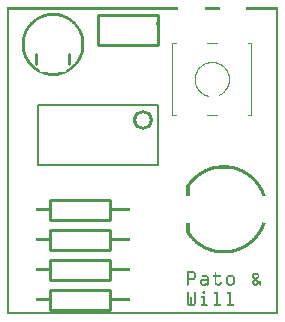
<source format=gto>
G04 MADE WITH FRITZING*
G04 WWW.FRITZING.ORG*
G04 DOUBLE SIDED*
G04 HOLES PLATED*
G04 CONTOUR ON CENTER OF CONTOUR VECTOR*
%ASAXBY*%
%FSLAX23Y23*%
%MOIN*%
%OFA0B0*%
%SFA1.0B1.0*%
%ADD10C,0.066567X0.046567*%
%ADD11C,0.010000*%
%ADD12C,0.008000*%
%ADD13R,0.001000X0.001000*%
%LNSILK1*%
G90*
G70*
G54D10*
X455Y650D03*
G54D11*
X345Y317D02*
X145Y317D01*
D02*
X145Y317D02*
X145Y383D01*
D02*
X145Y383D02*
X345Y383D01*
D02*
X345Y383D02*
X345Y317D01*
D02*
X345Y217D02*
X145Y217D01*
D02*
X145Y217D02*
X145Y283D01*
D02*
X145Y283D02*
X345Y283D01*
D02*
X345Y283D02*
X345Y217D01*
D02*
X345Y17D02*
X145Y17D01*
D02*
X145Y17D02*
X145Y83D01*
D02*
X145Y83D02*
X345Y83D01*
D02*
X345Y83D02*
X345Y17D01*
D02*
X345Y117D02*
X145Y117D01*
D02*
X145Y117D02*
X145Y183D01*
D02*
X145Y183D02*
X345Y183D01*
D02*
X345Y183D02*
X345Y117D01*
D02*
X505Y1000D02*
X305Y1000D01*
D02*
X305Y1000D02*
X305Y900D01*
D02*
X305Y900D02*
X505Y900D01*
D02*
X505Y900D02*
X505Y1000D01*
G54D12*
D02*
X505Y500D02*
X105Y500D01*
D02*
X505Y500D02*
X505Y660D01*
D02*
X105Y500D02*
X105Y700D01*
D02*
X505Y700D02*
X105Y700D01*
D02*
X505Y700D02*
X505Y660D01*
D02*
X505Y660D02*
X505Y640D01*
G54D13*
X0Y1024D02*
X571Y1024D01*
X661Y1024D02*
X709Y1024D01*
X799Y1024D02*
X904Y1024D01*
X0Y1023D02*
X571Y1023D01*
X661Y1023D02*
X709Y1023D01*
X799Y1023D02*
X904Y1023D01*
X0Y1022D02*
X571Y1022D01*
X661Y1022D02*
X709Y1022D01*
X799Y1022D02*
X904Y1022D01*
X0Y1021D02*
X571Y1021D01*
X661Y1021D02*
X709Y1021D01*
X799Y1021D02*
X904Y1021D01*
X0Y1020D02*
X571Y1020D01*
X661Y1020D02*
X709Y1020D01*
X799Y1020D02*
X904Y1020D01*
X0Y1019D02*
X571Y1019D01*
X661Y1019D02*
X709Y1019D01*
X799Y1019D02*
X904Y1019D01*
X0Y1018D02*
X571Y1018D01*
X661Y1018D02*
X709Y1018D01*
X799Y1018D02*
X904Y1018D01*
X0Y1017D02*
X571Y1017D01*
X661Y1017D02*
X709Y1017D01*
X799Y1017D02*
X904Y1017D01*
X0Y1016D02*
X7Y1016D01*
X897Y1016D02*
X904Y1016D01*
X0Y1015D02*
X7Y1015D01*
X897Y1015D02*
X904Y1015D01*
X0Y1014D02*
X7Y1014D01*
X897Y1014D02*
X904Y1014D01*
X0Y1013D02*
X7Y1013D01*
X897Y1013D02*
X904Y1013D01*
X0Y1012D02*
X7Y1012D01*
X897Y1012D02*
X904Y1012D01*
X0Y1011D02*
X7Y1011D01*
X897Y1011D02*
X904Y1011D01*
X0Y1010D02*
X7Y1010D01*
X897Y1010D02*
X904Y1010D01*
X0Y1009D02*
X7Y1009D01*
X897Y1009D02*
X904Y1009D01*
X0Y1008D02*
X7Y1008D01*
X897Y1008D02*
X904Y1008D01*
X0Y1007D02*
X7Y1007D01*
X897Y1007D02*
X904Y1007D01*
X0Y1006D02*
X7Y1006D01*
X148Y1006D02*
X160Y1006D01*
X897Y1006D02*
X904Y1006D01*
X0Y1005D02*
X7Y1005D01*
X139Y1005D02*
X169Y1005D01*
X897Y1005D02*
X904Y1005D01*
X0Y1004D02*
X7Y1004D01*
X133Y1004D02*
X175Y1004D01*
X897Y1004D02*
X904Y1004D01*
X0Y1003D02*
X7Y1003D01*
X129Y1003D02*
X179Y1003D01*
X897Y1003D02*
X904Y1003D01*
X0Y1002D02*
X7Y1002D01*
X125Y1002D02*
X183Y1002D01*
X470Y1002D02*
X471Y1002D01*
X897Y1002D02*
X904Y1002D01*
X0Y1001D02*
X7Y1001D01*
X122Y1001D02*
X186Y1001D01*
X469Y1001D02*
X472Y1001D01*
X897Y1001D02*
X904Y1001D01*
X0Y1000D02*
X7Y1000D01*
X119Y1000D02*
X189Y1000D01*
X468Y1000D02*
X473Y1000D01*
X897Y1000D02*
X904Y1000D01*
X0Y999D02*
X7Y999D01*
X117Y999D02*
X191Y999D01*
X468Y999D02*
X474Y999D01*
X897Y999D02*
X904Y999D01*
X0Y998D02*
X7Y998D01*
X114Y998D02*
X194Y998D01*
X469Y998D02*
X475Y998D01*
X897Y998D02*
X904Y998D01*
X0Y997D02*
X7Y997D01*
X112Y997D02*
X196Y997D01*
X470Y997D02*
X476Y997D01*
X897Y997D02*
X904Y997D01*
X0Y996D02*
X7Y996D01*
X110Y996D02*
X147Y996D01*
X161Y996D02*
X198Y996D01*
X471Y996D02*
X477Y996D01*
X897Y996D02*
X904Y996D01*
X0Y995D02*
X7Y995D01*
X108Y995D02*
X138Y995D01*
X170Y995D02*
X200Y995D01*
X897Y995D02*
X904Y995D01*
X0Y994D02*
X7Y994D01*
X106Y994D02*
X133Y994D01*
X175Y994D02*
X202Y994D01*
X897Y994D02*
X904Y994D01*
X0Y993D02*
X7Y993D01*
X104Y993D02*
X128Y993D01*
X180Y993D02*
X204Y993D01*
X897Y993D02*
X904Y993D01*
X0Y992D02*
X7Y992D01*
X102Y992D02*
X125Y992D01*
X183Y992D02*
X206Y992D01*
X897Y992D02*
X904Y992D01*
X0Y991D02*
X7Y991D01*
X101Y991D02*
X122Y991D01*
X186Y991D02*
X207Y991D01*
X897Y991D02*
X904Y991D01*
X0Y990D02*
X7Y990D01*
X99Y990D02*
X119Y990D01*
X189Y990D02*
X209Y990D01*
X897Y990D02*
X904Y990D01*
X0Y989D02*
X7Y989D01*
X97Y989D02*
X117Y989D01*
X191Y989D02*
X211Y989D01*
X897Y989D02*
X904Y989D01*
X0Y988D02*
X7Y988D01*
X96Y988D02*
X114Y988D01*
X194Y988D02*
X212Y988D01*
X897Y988D02*
X904Y988D01*
X0Y987D02*
X7Y987D01*
X95Y987D02*
X112Y987D01*
X196Y987D02*
X213Y987D01*
X897Y987D02*
X904Y987D01*
X0Y986D02*
X7Y986D01*
X93Y986D02*
X110Y986D01*
X198Y986D02*
X215Y986D01*
X897Y986D02*
X904Y986D01*
X0Y985D02*
X7Y985D01*
X92Y985D02*
X108Y985D01*
X200Y985D02*
X216Y985D01*
X897Y985D02*
X904Y985D01*
X0Y984D02*
X7Y984D01*
X90Y984D02*
X106Y984D01*
X202Y984D02*
X217Y984D01*
X897Y984D02*
X904Y984D01*
X0Y983D02*
X7Y983D01*
X89Y983D02*
X105Y983D01*
X203Y983D02*
X219Y983D01*
X897Y983D02*
X904Y983D01*
X0Y982D02*
X7Y982D01*
X88Y982D02*
X103Y982D01*
X205Y982D02*
X220Y982D01*
X897Y982D02*
X904Y982D01*
X0Y981D02*
X7Y981D01*
X87Y981D02*
X101Y981D01*
X207Y981D02*
X221Y981D01*
X897Y981D02*
X904Y981D01*
X0Y980D02*
X7Y980D01*
X86Y980D02*
X100Y980D01*
X208Y980D02*
X222Y980D01*
X897Y980D02*
X904Y980D01*
X0Y979D02*
X7Y979D01*
X85Y979D02*
X98Y979D01*
X210Y979D02*
X223Y979D01*
X897Y979D02*
X904Y979D01*
X0Y978D02*
X7Y978D01*
X83Y978D02*
X97Y978D01*
X211Y978D02*
X225Y978D01*
X897Y978D02*
X904Y978D01*
X0Y977D02*
X7Y977D01*
X82Y977D02*
X96Y977D01*
X212Y977D02*
X226Y977D01*
X897Y977D02*
X904Y977D01*
X0Y976D02*
X7Y976D01*
X81Y976D02*
X94Y976D01*
X214Y976D02*
X227Y976D01*
X897Y976D02*
X904Y976D01*
X0Y975D02*
X7Y975D01*
X80Y975D02*
X93Y975D01*
X215Y975D02*
X228Y975D01*
X498Y975D02*
X498Y975D01*
X897Y975D02*
X904Y975D01*
X0Y974D02*
X7Y974D01*
X79Y974D02*
X92Y974D01*
X216Y974D02*
X229Y974D01*
X498Y974D02*
X499Y974D01*
X897Y974D02*
X904Y974D01*
X0Y973D02*
X7Y973D01*
X78Y973D02*
X91Y973D01*
X217Y973D02*
X230Y973D01*
X498Y973D02*
X500Y973D01*
X897Y973D02*
X904Y973D01*
X0Y972D02*
X7Y972D01*
X77Y972D02*
X90Y972D01*
X218Y972D02*
X231Y972D01*
X498Y972D02*
X501Y972D01*
X897Y972D02*
X904Y972D01*
X0Y971D02*
X7Y971D01*
X77Y971D02*
X89Y971D01*
X219Y971D02*
X231Y971D01*
X498Y971D02*
X502Y971D01*
X897Y971D02*
X904Y971D01*
X0Y970D02*
X7Y970D01*
X76Y970D02*
X87Y970D01*
X221Y970D02*
X232Y970D01*
X498Y970D02*
X503Y970D01*
X897Y970D02*
X904Y970D01*
X0Y969D02*
X7Y969D01*
X75Y969D02*
X86Y969D01*
X222Y969D02*
X233Y969D01*
X498Y969D02*
X504Y969D01*
X897Y969D02*
X904Y969D01*
X0Y968D02*
X7Y968D01*
X74Y968D02*
X85Y968D01*
X223Y968D02*
X234Y968D01*
X499Y968D02*
X505Y968D01*
X897Y968D02*
X904Y968D01*
X0Y967D02*
X7Y967D01*
X73Y967D02*
X84Y967D01*
X224Y967D02*
X235Y967D01*
X500Y967D02*
X504Y967D01*
X897Y967D02*
X904Y967D01*
X0Y966D02*
X7Y966D01*
X72Y966D02*
X84Y966D01*
X224Y966D02*
X236Y966D01*
X501Y966D02*
X503Y966D01*
X897Y966D02*
X904Y966D01*
X0Y965D02*
X7Y965D01*
X72Y965D02*
X83Y965D01*
X225Y965D02*
X236Y965D01*
X502Y965D02*
X502Y965D01*
X897Y965D02*
X904Y965D01*
X0Y964D02*
X7Y964D01*
X71Y964D02*
X82Y964D01*
X226Y964D02*
X237Y964D01*
X897Y964D02*
X904Y964D01*
X0Y963D02*
X7Y963D01*
X70Y963D02*
X81Y963D01*
X227Y963D02*
X238Y963D01*
X897Y963D02*
X904Y963D01*
X0Y962D02*
X7Y962D01*
X69Y962D02*
X80Y962D01*
X228Y962D02*
X239Y962D01*
X897Y962D02*
X904Y962D01*
X0Y961D02*
X7Y961D01*
X69Y961D02*
X79Y961D01*
X229Y961D02*
X239Y961D01*
X897Y961D02*
X904Y961D01*
X0Y960D02*
X7Y960D01*
X68Y960D02*
X78Y960D01*
X230Y960D02*
X240Y960D01*
X897Y960D02*
X904Y960D01*
X0Y959D02*
X7Y959D01*
X67Y959D02*
X78Y959D01*
X230Y959D02*
X241Y959D01*
X897Y959D02*
X904Y959D01*
X0Y958D02*
X7Y958D01*
X67Y958D02*
X77Y958D01*
X231Y958D02*
X241Y958D01*
X897Y958D02*
X904Y958D01*
X0Y957D02*
X7Y957D01*
X66Y957D02*
X76Y957D01*
X232Y957D02*
X242Y957D01*
X897Y957D02*
X904Y957D01*
X0Y956D02*
X7Y956D01*
X65Y956D02*
X76Y956D01*
X232Y956D02*
X243Y956D01*
X897Y956D02*
X904Y956D01*
X0Y955D02*
X7Y955D01*
X65Y955D02*
X75Y955D01*
X233Y955D02*
X243Y955D01*
X897Y955D02*
X904Y955D01*
X0Y954D02*
X7Y954D01*
X64Y954D02*
X74Y954D01*
X234Y954D02*
X244Y954D01*
X897Y954D02*
X904Y954D01*
X0Y953D02*
X7Y953D01*
X64Y953D02*
X74Y953D01*
X234Y953D02*
X244Y953D01*
X897Y953D02*
X904Y953D01*
X0Y952D02*
X7Y952D01*
X63Y952D02*
X73Y952D01*
X235Y952D02*
X245Y952D01*
X897Y952D02*
X904Y952D01*
X0Y951D02*
X7Y951D01*
X62Y951D02*
X72Y951D01*
X236Y951D02*
X246Y951D01*
X897Y951D02*
X904Y951D01*
X0Y950D02*
X7Y950D01*
X62Y950D02*
X72Y950D01*
X236Y950D02*
X246Y950D01*
X897Y950D02*
X904Y950D01*
X0Y949D02*
X7Y949D01*
X61Y949D02*
X71Y949D01*
X237Y949D02*
X247Y949D01*
X897Y949D02*
X904Y949D01*
X0Y948D02*
X7Y948D01*
X61Y948D02*
X71Y948D01*
X237Y948D02*
X247Y948D01*
X897Y948D02*
X904Y948D01*
X0Y947D02*
X7Y947D01*
X60Y947D02*
X70Y947D01*
X238Y947D02*
X248Y947D01*
X897Y947D02*
X904Y947D01*
X0Y946D02*
X7Y946D01*
X60Y946D02*
X69Y946D01*
X239Y946D02*
X248Y946D01*
X897Y946D02*
X904Y946D01*
X0Y945D02*
X7Y945D01*
X59Y945D02*
X69Y945D01*
X239Y945D02*
X249Y945D01*
X897Y945D02*
X904Y945D01*
X0Y944D02*
X7Y944D01*
X59Y944D02*
X68Y944D01*
X240Y944D02*
X249Y944D01*
X897Y944D02*
X904Y944D01*
X0Y943D02*
X7Y943D01*
X58Y943D02*
X68Y943D01*
X240Y943D02*
X250Y943D01*
X897Y943D02*
X904Y943D01*
X0Y942D02*
X7Y942D01*
X58Y942D02*
X67Y942D01*
X241Y942D02*
X250Y942D01*
X897Y942D02*
X904Y942D01*
X0Y941D02*
X7Y941D01*
X58Y941D02*
X67Y941D01*
X241Y941D02*
X250Y941D01*
X897Y941D02*
X904Y941D01*
X0Y940D02*
X7Y940D01*
X57Y940D02*
X67Y940D01*
X241Y940D02*
X251Y940D01*
X897Y940D02*
X904Y940D01*
X0Y939D02*
X7Y939D01*
X57Y939D02*
X66Y939D01*
X242Y939D02*
X251Y939D01*
X897Y939D02*
X904Y939D01*
X0Y938D02*
X7Y938D01*
X56Y938D02*
X66Y938D01*
X242Y938D02*
X252Y938D01*
X897Y938D02*
X904Y938D01*
X0Y937D02*
X7Y937D01*
X56Y937D02*
X65Y937D01*
X243Y937D02*
X252Y937D01*
X897Y937D02*
X904Y937D01*
X0Y936D02*
X7Y936D01*
X56Y936D02*
X65Y936D01*
X243Y936D02*
X252Y936D01*
X897Y936D02*
X904Y936D01*
X0Y935D02*
X7Y935D01*
X55Y935D02*
X65Y935D01*
X243Y935D02*
X253Y935D01*
X897Y935D02*
X904Y935D01*
X0Y934D02*
X7Y934D01*
X55Y934D02*
X64Y934D01*
X244Y934D02*
X253Y934D01*
X897Y934D02*
X904Y934D01*
X0Y933D02*
X7Y933D01*
X55Y933D02*
X64Y933D01*
X244Y933D02*
X253Y933D01*
X897Y933D02*
X904Y933D01*
X0Y932D02*
X7Y932D01*
X54Y932D02*
X63Y932D01*
X244Y932D02*
X254Y932D01*
X897Y932D02*
X904Y932D01*
X0Y931D02*
X7Y931D01*
X54Y931D02*
X63Y931D01*
X245Y931D02*
X254Y931D01*
X897Y931D02*
X904Y931D01*
X0Y930D02*
X7Y930D01*
X54Y930D02*
X63Y930D01*
X245Y930D02*
X254Y930D01*
X897Y930D02*
X904Y930D01*
X0Y929D02*
X7Y929D01*
X53Y929D02*
X63Y929D01*
X245Y929D02*
X255Y929D01*
X897Y929D02*
X904Y929D01*
X0Y928D02*
X7Y928D01*
X53Y928D02*
X62Y928D01*
X246Y928D02*
X255Y928D01*
X897Y928D02*
X904Y928D01*
X0Y927D02*
X7Y927D01*
X53Y927D02*
X62Y927D01*
X246Y927D02*
X255Y927D01*
X897Y927D02*
X904Y927D01*
X0Y926D02*
X7Y926D01*
X53Y926D02*
X62Y926D01*
X246Y926D02*
X255Y926D01*
X897Y926D02*
X904Y926D01*
X0Y925D02*
X7Y925D01*
X52Y925D02*
X61Y925D01*
X247Y925D02*
X256Y925D01*
X897Y925D02*
X904Y925D01*
X0Y924D02*
X7Y924D01*
X52Y924D02*
X61Y924D01*
X247Y924D02*
X256Y924D01*
X897Y924D02*
X904Y924D01*
X0Y923D02*
X7Y923D01*
X52Y923D02*
X61Y923D01*
X247Y923D02*
X256Y923D01*
X897Y923D02*
X904Y923D01*
X0Y922D02*
X7Y922D01*
X52Y922D02*
X61Y922D01*
X247Y922D02*
X256Y922D01*
X897Y922D02*
X904Y922D01*
X0Y921D02*
X7Y921D01*
X51Y921D02*
X61Y921D01*
X247Y921D02*
X257Y921D01*
X897Y921D02*
X904Y921D01*
X0Y920D02*
X7Y920D01*
X51Y920D02*
X60Y920D01*
X248Y920D02*
X257Y920D01*
X897Y920D02*
X904Y920D01*
X0Y919D02*
X7Y919D01*
X51Y919D02*
X60Y919D01*
X248Y919D02*
X257Y919D01*
X897Y919D02*
X904Y919D01*
X0Y918D02*
X7Y918D01*
X51Y918D02*
X60Y918D01*
X248Y918D02*
X257Y918D01*
X897Y918D02*
X904Y918D01*
X0Y917D02*
X7Y917D01*
X51Y917D02*
X60Y917D01*
X248Y917D02*
X257Y917D01*
X897Y917D02*
X904Y917D01*
X0Y916D02*
X7Y916D01*
X51Y916D02*
X60Y916D01*
X248Y916D02*
X257Y916D01*
X897Y916D02*
X904Y916D01*
X0Y915D02*
X7Y915D01*
X51Y915D02*
X60Y915D01*
X248Y915D02*
X257Y915D01*
X897Y915D02*
X904Y915D01*
X0Y914D02*
X7Y914D01*
X50Y914D02*
X59Y914D01*
X249Y914D02*
X258Y914D01*
X897Y914D02*
X904Y914D01*
X0Y913D02*
X7Y913D01*
X50Y913D02*
X59Y913D01*
X249Y913D02*
X258Y913D01*
X897Y913D02*
X904Y913D01*
X0Y912D02*
X7Y912D01*
X50Y912D02*
X59Y912D01*
X249Y912D02*
X258Y912D01*
X897Y912D02*
X904Y912D01*
X0Y911D02*
X7Y911D01*
X50Y911D02*
X59Y911D01*
X249Y911D02*
X258Y911D01*
X897Y911D02*
X904Y911D01*
X0Y910D02*
X7Y910D01*
X50Y910D02*
X59Y910D01*
X249Y910D02*
X258Y910D01*
X897Y910D02*
X904Y910D01*
X0Y909D02*
X7Y909D01*
X50Y909D02*
X59Y909D01*
X249Y909D02*
X258Y909D01*
X897Y909D02*
X904Y909D01*
X0Y908D02*
X7Y908D01*
X50Y908D02*
X59Y908D01*
X249Y908D02*
X258Y908D01*
X897Y908D02*
X904Y908D01*
X0Y907D02*
X7Y907D01*
X50Y907D02*
X59Y907D01*
X249Y907D02*
X258Y907D01*
X897Y907D02*
X904Y907D01*
X0Y906D02*
X7Y906D01*
X50Y906D02*
X59Y906D01*
X249Y906D02*
X258Y906D01*
X553Y906D02*
X565Y906D01*
X667Y906D02*
X702Y906D01*
X805Y906D02*
X816Y906D01*
X897Y906D02*
X904Y906D01*
X0Y905D02*
X7Y905D01*
X50Y905D02*
X59Y905D01*
X249Y905D02*
X258Y905D01*
X552Y905D02*
X566Y905D01*
X666Y905D02*
X704Y905D01*
X804Y905D02*
X818Y905D01*
X897Y905D02*
X904Y905D01*
X0Y904D02*
X7Y904D01*
X50Y904D02*
X59Y904D01*
X249Y904D02*
X258Y904D01*
X552Y904D02*
X566Y904D01*
X666Y904D02*
X704Y904D01*
X803Y904D02*
X818Y904D01*
X897Y904D02*
X904Y904D01*
X0Y903D02*
X7Y903D01*
X50Y903D02*
X59Y903D01*
X249Y903D02*
X258Y903D01*
X552Y903D02*
X566Y903D01*
X666Y903D02*
X704Y903D01*
X804Y903D02*
X818Y903D01*
X897Y903D02*
X904Y903D01*
X0Y902D02*
X7Y902D01*
X50Y902D02*
X59Y902D01*
X249Y902D02*
X258Y902D01*
X552Y902D02*
X555Y902D01*
X815Y902D02*
X818Y902D01*
X897Y902D02*
X904Y902D01*
X0Y901D02*
X7Y901D01*
X50Y901D02*
X59Y901D01*
X249Y901D02*
X258Y901D01*
X552Y901D02*
X554Y901D01*
X815Y901D02*
X818Y901D01*
X897Y901D02*
X904Y901D01*
X0Y900D02*
X7Y900D01*
X50Y900D02*
X59Y900D01*
X249Y900D02*
X258Y900D01*
X552Y900D02*
X554Y900D01*
X815Y900D02*
X818Y900D01*
X897Y900D02*
X904Y900D01*
X0Y899D02*
X7Y899D01*
X50Y899D02*
X59Y899D01*
X249Y899D02*
X258Y899D01*
X552Y899D02*
X554Y899D01*
X815Y899D02*
X818Y899D01*
X897Y899D02*
X904Y899D01*
X0Y898D02*
X7Y898D01*
X50Y898D02*
X59Y898D01*
X249Y898D02*
X258Y898D01*
X552Y898D02*
X554Y898D01*
X815Y898D02*
X818Y898D01*
X897Y898D02*
X904Y898D01*
X0Y897D02*
X7Y897D01*
X50Y897D02*
X59Y897D01*
X249Y897D02*
X258Y897D01*
X552Y897D02*
X554Y897D01*
X815Y897D02*
X818Y897D01*
X897Y897D02*
X904Y897D01*
X0Y896D02*
X7Y896D01*
X50Y896D02*
X59Y896D01*
X249Y896D02*
X258Y896D01*
X552Y896D02*
X554Y896D01*
X815Y896D02*
X818Y896D01*
X897Y896D02*
X904Y896D01*
X0Y895D02*
X7Y895D01*
X50Y895D02*
X59Y895D01*
X249Y895D02*
X258Y895D01*
X552Y895D02*
X554Y895D01*
X815Y895D02*
X818Y895D01*
X897Y895D02*
X904Y895D01*
X0Y894D02*
X7Y894D01*
X50Y894D02*
X59Y894D01*
X249Y894D02*
X258Y894D01*
X552Y894D02*
X554Y894D01*
X815Y894D02*
X818Y894D01*
X897Y894D02*
X904Y894D01*
X0Y893D02*
X7Y893D01*
X50Y893D02*
X59Y893D01*
X249Y893D02*
X258Y893D01*
X552Y893D02*
X554Y893D01*
X815Y893D02*
X818Y893D01*
X897Y893D02*
X904Y893D01*
X0Y892D02*
X7Y892D01*
X50Y892D02*
X59Y892D01*
X249Y892D02*
X258Y892D01*
X552Y892D02*
X554Y892D01*
X815Y892D02*
X818Y892D01*
X897Y892D02*
X904Y892D01*
X0Y891D02*
X7Y891D01*
X50Y891D02*
X59Y891D01*
X249Y891D02*
X258Y891D01*
X552Y891D02*
X554Y891D01*
X815Y891D02*
X818Y891D01*
X897Y891D02*
X904Y891D01*
X0Y890D02*
X7Y890D01*
X50Y890D02*
X59Y890D01*
X249Y890D02*
X258Y890D01*
X552Y890D02*
X554Y890D01*
X815Y890D02*
X818Y890D01*
X897Y890D02*
X904Y890D01*
X0Y889D02*
X7Y889D01*
X50Y889D02*
X59Y889D01*
X249Y889D02*
X258Y889D01*
X552Y889D02*
X554Y889D01*
X815Y889D02*
X818Y889D01*
X897Y889D02*
X904Y889D01*
X0Y888D02*
X7Y888D01*
X50Y888D02*
X59Y888D01*
X249Y888D02*
X258Y888D01*
X552Y888D02*
X554Y888D01*
X815Y888D02*
X818Y888D01*
X897Y888D02*
X904Y888D01*
X0Y887D02*
X7Y887D01*
X51Y887D02*
X60Y887D01*
X248Y887D02*
X257Y887D01*
X552Y887D02*
X554Y887D01*
X815Y887D02*
X818Y887D01*
X897Y887D02*
X904Y887D01*
X0Y886D02*
X7Y886D01*
X51Y886D02*
X60Y886D01*
X248Y886D02*
X257Y886D01*
X552Y886D02*
X554Y886D01*
X815Y886D02*
X818Y886D01*
X897Y886D02*
X904Y886D01*
X0Y885D02*
X7Y885D01*
X51Y885D02*
X60Y885D01*
X248Y885D02*
X257Y885D01*
X552Y885D02*
X554Y885D01*
X815Y885D02*
X818Y885D01*
X897Y885D02*
X904Y885D01*
X0Y884D02*
X7Y884D01*
X51Y884D02*
X60Y884D01*
X248Y884D02*
X257Y884D01*
X552Y884D02*
X554Y884D01*
X815Y884D02*
X818Y884D01*
X897Y884D02*
X904Y884D01*
X0Y883D02*
X7Y883D01*
X51Y883D02*
X60Y883D01*
X248Y883D02*
X257Y883D01*
X552Y883D02*
X554Y883D01*
X815Y883D02*
X818Y883D01*
X897Y883D02*
X904Y883D01*
X0Y882D02*
X7Y882D01*
X51Y882D02*
X60Y882D01*
X248Y882D02*
X257Y882D01*
X552Y882D02*
X554Y882D01*
X815Y882D02*
X818Y882D01*
X897Y882D02*
X904Y882D01*
X0Y881D02*
X7Y881D01*
X52Y881D02*
X61Y881D01*
X247Y881D02*
X256Y881D01*
X552Y881D02*
X554Y881D01*
X815Y881D02*
X818Y881D01*
X897Y881D02*
X904Y881D01*
X0Y880D02*
X7Y880D01*
X52Y880D02*
X61Y880D01*
X247Y880D02*
X256Y880D01*
X552Y880D02*
X554Y880D01*
X815Y880D02*
X818Y880D01*
X897Y880D02*
X904Y880D01*
X0Y879D02*
X7Y879D01*
X52Y879D02*
X61Y879D01*
X247Y879D02*
X256Y879D01*
X552Y879D02*
X554Y879D01*
X815Y879D02*
X818Y879D01*
X897Y879D02*
X904Y879D01*
X0Y878D02*
X7Y878D01*
X52Y878D02*
X61Y878D01*
X247Y878D02*
X256Y878D01*
X552Y878D02*
X554Y878D01*
X815Y878D02*
X818Y878D01*
X897Y878D02*
X904Y878D01*
X0Y877D02*
X7Y877D01*
X53Y877D02*
X62Y877D01*
X246Y877D02*
X255Y877D01*
X552Y877D02*
X554Y877D01*
X815Y877D02*
X818Y877D01*
X897Y877D02*
X904Y877D01*
X0Y876D02*
X7Y876D01*
X53Y876D02*
X62Y876D01*
X246Y876D02*
X255Y876D01*
X552Y876D02*
X554Y876D01*
X815Y876D02*
X818Y876D01*
X897Y876D02*
X904Y876D01*
X0Y875D02*
X7Y875D01*
X53Y875D02*
X62Y875D01*
X246Y875D02*
X255Y875D01*
X552Y875D02*
X554Y875D01*
X815Y875D02*
X818Y875D01*
X897Y875D02*
X904Y875D01*
X0Y874D02*
X7Y874D01*
X53Y874D02*
X62Y874D01*
X246Y874D02*
X255Y874D01*
X552Y874D02*
X554Y874D01*
X815Y874D02*
X818Y874D01*
X897Y874D02*
X904Y874D01*
X0Y873D02*
X7Y873D01*
X54Y873D02*
X63Y873D01*
X245Y873D02*
X254Y873D01*
X552Y873D02*
X554Y873D01*
X815Y873D02*
X818Y873D01*
X897Y873D02*
X904Y873D01*
X0Y872D02*
X7Y872D01*
X54Y872D02*
X63Y872D01*
X245Y872D02*
X254Y872D01*
X552Y872D02*
X554Y872D01*
X815Y872D02*
X818Y872D01*
X897Y872D02*
X904Y872D01*
X0Y871D02*
X7Y871D01*
X54Y871D02*
X63Y871D01*
X97Y871D02*
X101Y871D01*
X207Y871D02*
X211Y871D01*
X245Y871D02*
X254Y871D01*
X552Y871D02*
X554Y871D01*
X815Y871D02*
X818Y871D01*
X897Y871D02*
X904Y871D01*
X0Y870D02*
X7Y870D01*
X54Y870D02*
X64Y870D01*
X95Y870D02*
X103Y870D01*
X205Y870D02*
X213Y870D01*
X244Y870D02*
X254Y870D01*
X552Y870D02*
X554Y870D01*
X815Y870D02*
X818Y870D01*
X897Y870D02*
X904Y870D01*
X0Y869D02*
X7Y869D01*
X55Y869D02*
X64Y869D01*
X95Y869D02*
X103Y869D01*
X205Y869D02*
X213Y869D01*
X244Y869D02*
X253Y869D01*
X552Y869D02*
X554Y869D01*
X815Y869D02*
X818Y869D01*
X897Y869D02*
X904Y869D01*
X0Y868D02*
X7Y868D01*
X55Y868D02*
X64Y868D01*
X94Y868D02*
X104Y868D01*
X204Y868D02*
X214Y868D01*
X244Y868D02*
X253Y868D01*
X552Y868D02*
X554Y868D01*
X815Y868D02*
X818Y868D01*
X897Y868D02*
X904Y868D01*
X0Y867D02*
X7Y867D01*
X55Y867D02*
X65Y867D01*
X94Y867D02*
X104Y867D01*
X204Y867D02*
X214Y867D01*
X243Y867D02*
X253Y867D01*
X552Y867D02*
X554Y867D01*
X815Y867D02*
X818Y867D01*
X897Y867D02*
X904Y867D01*
X0Y866D02*
X7Y866D01*
X56Y866D02*
X65Y866D01*
X94Y866D02*
X104Y866D01*
X204Y866D02*
X214Y866D01*
X243Y866D02*
X252Y866D01*
X552Y866D02*
X554Y866D01*
X815Y866D02*
X818Y866D01*
X897Y866D02*
X904Y866D01*
X0Y865D02*
X7Y865D01*
X56Y865D02*
X66Y865D01*
X94Y865D02*
X104Y865D01*
X204Y865D02*
X214Y865D01*
X242Y865D02*
X252Y865D01*
X552Y865D02*
X554Y865D01*
X815Y865D02*
X818Y865D01*
X897Y865D02*
X904Y865D01*
X0Y864D02*
X7Y864D01*
X57Y864D02*
X66Y864D01*
X94Y864D02*
X104Y864D01*
X204Y864D02*
X214Y864D01*
X242Y864D02*
X251Y864D01*
X552Y864D02*
X554Y864D01*
X815Y864D02*
X818Y864D01*
X897Y864D02*
X904Y864D01*
X0Y863D02*
X7Y863D01*
X57Y863D02*
X66Y863D01*
X94Y863D02*
X104Y863D01*
X204Y863D02*
X214Y863D01*
X242Y863D02*
X251Y863D01*
X552Y863D02*
X554Y863D01*
X815Y863D02*
X818Y863D01*
X897Y863D02*
X904Y863D01*
X0Y862D02*
X7Y862D01*
X57Y862D02*
X67Y862D01*
X94Y862D02*
X104Y862D01*
X204Y862D02*
X214Y862D01*
X241Y862D02*
X251Y862D01*
X552Y862D02*
X554Y862D01*
X815Y862D02*
X818Y862D01*
X897Y862D02*
X904Y862D01*
X0Y861D02*
X7Y861D01*
X58Y861D02*
X67Y861D01*
X94Y861D02*
X104Y861D01*
X204Y861D02*
X214Y861D01*
X241Y861D02*
X250Y861D01*
X552Y861D02*
X554Y861D01*
X815Y861D02*
X818Y861D01*
X897Y861D02*
X904Y861D01*
X0Y860D02*
X7Y860D01*
X58Y860D02*
X68Y860D01*
X94Y860D02*
X104Y860D01*
X204Y860D02*
X214Y860D01*
X240Y860D02*
X250Y860D01*
X552Y860D02*
X554Y860D01*
X815Y860D02*
X818Y860D01*
X897Y860D02*
X904Y860D01*
X0Y859D02*
X7Y859D01*
X59Y859D02*
X68Y859D01*
X94Y859D02*
X104Y859D01*
X204Y859D02*
X214Y859D01*
X240Y859D02*
X249Y859D01*
X552Y859D02*
X554Y859D01*
X815Y859D02*
X818Y859D01*
X897Y859D02*
X904Y859D01*
X0Y858D02*
X7Y858D01*
X59Y858D02*
X69Y858D01*
X94Y858D02*
X104Y858D01*
X204Y858D02*
X214Y858D01*
X239Y858D02*
X249Y858D01*
X552Y858D02*
X554Y858D01*
X815Y858D02*
X818Y858D01*
X897Y858D02*
X904Y858D01*
X0Y857D02*
X7Y857D01*
X60Y857D02*
X69Y857D01*
X94Y857D02*
X104Y857D01*
X204Y857D02*
X214Y857D01*
X239Y857D02*
X248Y857D01*
X552Y857D02*
X554Y857D01*
X815Y857D02*
X818Y857D01*
X897Y857D02*
X904Y857D01*
X0Y856D02*
X7Y856D01*
X60Y856D02*
X70Y856D01*
X94Y856D02*
X104Y856D01*
X204Y856D02*
X214Y856D01*
X238Y856D02*
X248Y856D01*
X552Y856D02*
X554Y856D01*
X815Y856D02*
X818Y856D01*
X897Y856D02*
X904Y856D01*
X0Y855D02*
X7Y855D01*
X61Y855D02*
X70Y855D01*
X94Y855D02*
X104Y855D01*
X204Y855D02*
X214Y855D01*
X238Y855D02*
X247Y855D01*
X552Y855D02*
X554Y855D01*
X815Y855D02*
X818Y855D01*
X897Y855D02*
X904Y855D01*
X0Y854D02*
X7Y854D01*
X61Y854D02*
X71Y854D01*
X94Y854D02*
X104Y854D01*
X204Y854D02*
X214Y854D01*
X237Y854D02*
X247Y854D01*
X552Y854D02*
X554Y854D01*
X815Y854D02*
X818Y854D01*
X897Y854D02*
X904Y854D01*
X0Y853D02*
X7Y853D01*
X62Y853D02*
X71Y853D01*
X94Y853D02*
X104Y853D01*
X204Y853D02*
X214Y853D01*
X237Y853D02*
X246Y853D01*
X552Y853D02*
X554Y853D01*
X815Y853D02*
X818Y853D01*
X897Y853D02*
X904Y853D01*
X0Y852D02*
X7Y852D01*
X62Y852D02*
X72Y852D01*
X94Y852D02*
X104Y852D01*
X204Y852D02*
X214Y852D01*
X236Y852D02*
X246Y852D01*
X552Y852D02*
X554Y852D01*
X815Y852D02*
X818Y852D01*
X897Y852D02*
X904Y852D01*
X0Y851D02*
X7Y851D01*
X63Y851D02*
X73Y851D01*
X94Y851D02*
X104Y851D01*
X204Y851D02*
X214Y851D01*
X235Y851D02*
X245Y851D01*
X552Y851D02*
X554Y851D01*
X815Y851D02*
X818Y851D01*
X897Y851D02*
X904Y851D01*
X0Y850D02*
X7Y850D01*
X63Y850D02*
X73Y850D01*
X94Y850D02*
X104Y850D01*
X204Y850D02*
X214Y850D01*
X235Y850D02*
X245Y850D01*
X552Y850D02*
X554Y850D01*
X815Y850D02*
X818Y850D01*
X897Y850D02*
X904Y850D01*
X0Y849D02*
X7Y849D01*
X64Y849D02*
X74Y849D01*
X94Y849D02*
X104Y849D01*
X204Y849D02*
X214Y849D01*
X234Y849D02*
X244Y849D01*
X552Y849D02*
X554Y849D01*
X815Y849D02*
X818Y849D01*
X897Y849D02*
X904Y849D01*
X0Y848D02*
X7Y848D01*
X64Y848D02*
X75Y848D01*
X94Y848D02*
X104Y848D01*
X204Y848D02*
X214Y848D01*
X233Y848D02*
X244Y848D01*
X552Y848D02*
X554Y848D01*
X815Y848D02*
X818Y848D01*
X897Y848D02*
X904Y848D01*
X0Y847D02*
X7Y847D01*
X65Y847D02*
X75Y847D01*
X94Y847D02*
X104Y847D01*
X204Y847D02*
X214Y847D01*
X233Y847D02*
X243Y847D01*
X552Y847D02*
X554Y847D01*
X815Y847D02*
X818Y847D01*
X897Y847D02*
X904Y847D01*
X0Y846D02*
X7Y846D01*
X66Y846D02*
X76Y846D01*
X94Y846D02*
X104Y846D01*
X204Y846D02*
X214Y846D01*
X232Y846D02*
X242Y846D01*
X552Y846D02*
X554Y846D01*
X815Y846D02*
X818Y846D01*
X897Y846D02*
X904Y846D01*
X0Y845D02*
X7Y845D01*
X66Y845D02*
X77Y845D01*
X94Y845D02*
X104Y845D01*
X204Y845D02*
X214Y845D01*
X231Y845D02*
X242Y845D01*
X552Y845D02*
X554Y845D01*
X815Y845D02*
X818Y845D01*
X897Y845D02*
X904Y845D01*
X0Y844D02*
X7Y844D01*
X67Y844D02*
X77Y844D01*
X94Y844D02*
X104Y844D01*
X204Y844D02*
X214Y844D01*
X231Y844D02*
X241Y844D01*
X552Y844D02*
X554Y844D01*
X815Y844D02*
X818Y844D01*
X897Y844D02*
X904Y844D01*
X0Y843D02*
X7Y843D01*
X68Y843D02*
X78Y843D01*
X94Y843D02*
X104Y843D01*
X204Y843D02*
X214Y843D01*
X230Y843D02*
X240Y843D01*
X552Y843D02*
X554Y843D01*
X682Y843D02*
X687Y843D01*
X815Y843D02*
X818Y843D01*
X897Y843D02*
X904Y843D01*
X0Y842D02*
X7Y842D01*
X68Y842D02*
X79Y842D01*
X94Y842D02*
X104Y842D01*
X204Y842D02*
X214Y842D01*
X229Y842D02*
X240Y842D01*
X552Y842D02*
X554Y842D01*
X674Y842D02*
X696Y842D01*
X815Y842D02*
X818Y842D01*
X897Y842D02*
X904Y842D01*
X0Y841D02*
X7Y841D01*
X69Y841D02*
X80Y841D01*
X94Y841D02*
X104Y841D01*
X204Y841D02*
X214Y841D01*
X228Y841D02*
X239Y841D01*
X552Y841D02*
X554Y841D01*
X670Y841D02*
X700Y841D01*
X815Y841D02*
X818Y841D01*
X897Y841D02*
X904Y841D01*
X0Y840D02*
X7Y840D01*
X70Y840D02*
X81Y840D01*
X94Y840D02*
X104Y840D01*
X204Y840D02*
X214Y840D01*
X227Y840D02*
X238Y840D01*
X552Y840D02*
X554Y840D01*
X667Y840D02*
X703Y840D01*
X815Y840D02*
X818Y840D01*
X897Y840D02*
X904Y840D01*
X0Y839D02*
X7Y839D01*
X70Y839D02*
X81Y839D01*
X94Y839D02*
X104Y839D01*
X204Y839D02*
X214Y839D01*
X227Y839D02*
X238Y839D01*
X552Y839D02*
X554Y839D01*
X664Y839D02*
X680Y839D01*
X689Y839D02*
X706Y839D01*
X815Y839D02*
X818Y839D01*
X897Y839D02*
X904Y839D01*
X0Y838D02*
X7Y838D01*
X71Y838D02*
X82Y838D01*
X94Y838D02*
X104Y838D01*
X204Y838D02*
X214Y838D01*
X226Y838D02*
X237Y838D01*
X552Y838D02*
X554Y838D01*
X661Y838D02*
X673Y838D01*
X697Y838D02*
X708Y838D01*
X815Y838D02*
X818Y838D01*
X897Y838D02*
X904Y838D01*
X0Y837D02*
X7Y837D01*
X72Y837D02*
X83Y837D01*
X94Y837D02*
X104Y837D01*
X204Y837D02*
X214Y837D01*
X225Y837D02*
X236Y837D01*
X552Y837D02*
X554Y837D01*
X659Y837D02*
X669Y837D01*
X701Y837D02*
X710Y837D01*
X815Y837D02*
X818Y837D01*
X897Y837D02*
X904Y837D01*
X0Y836D02*
X7Y836D01*
X73Y836D02*
X84Y836D01*
X94Y836D02*
X104Y836D01*
X204Y836D02*
X214Y836D01*
X224Y836D02*
X235Y836D01*
X552Y836D02*
X554Y836D01*
X657Y836D02*
X666Y836D01*
X704Y836D02*
X712Y836D01*
X815Y836D02*
X818Y836D01*
X897Y836D02*
X904Y836D01*
X0Y835D02*
X7Y835D01*
X74Y835D02*
X85Y835D01*
X94Y835D02*
X104Y835D01*
X204Y835D02*
X214Y835D01*
X223Y835D02*
X234Y835D01*
X552Y835D02*
X554Y835D01*
X656Y835D02*
X663Y835D01*
X706Y835D02*
X714Y835D01*
X815Y835D02*
X818Y835D01*
X897Y835D02*
X904Y835D01*
X0Y834D02*
X7Y834D01*
X74Y834D02*
X86Y834D01*
X95Y834D02*
X103Y834D01*
X204Y834D02*
X213Y834D01*
X222Y834D02*
X234Y834D01*
X552Y834D02*
X554Y834D01*
X654Y834D02*
X661Y834D01*
X709Y834D02*
X716Y834D01*
X815Y834D02*
X818Y834D01*
X897Y834D02*
X904Y834D01*
X0Y833D02*
X7Y833D01*
X75Y833D02*
X87Y833D01*
X95Y833D02*
X103Y833D01*
X205Y833D02*
X213Y833D01*
X221Y833D02*
X233Y833D01*
X552Y833D02*
X554Y833D01*
X652Y833D02*
X659Y833D01*
X711Y833D02*
X717Y833D01*
X815Y833D02*
X818Y833D01*
X897Y833D02*
X904Y833D01*
X0Y832D02*
X7Y832D01*
X76Y832D02*
X88Y832D01*
X96Y832D02*
X102Y832D01*
X206Y832D02*
X212Y832D01*
X220Y832D02*
X232Y832D01*
X552Y832D02*
X554Y832D01*
X651Y832D02*
X657Y832D01*
X713Y832D02*
X719Y832D01*
X815Y832D02*
X818Y832D01*
X897Y832D02*
X904Y832D01*
X0Y831D02*
X7Y831D01*
X77Y831D02*
X89Y831D01*
X98Y831D02*
X100Y831D01*
X208Y831D02*
X210Y831D01*
X219Y831D02*
X231Y831D01*
X552Y831D02*
X554Y831D01*
X650Y831D02*
X655Y831D01*
X714Y831D02*
X720Y831D01*
X815Y831D02*
X818Y831D01*
X897Y831D02*
X904Y831D01*
X0Y830D02*
X7Y830D01*
X78Y830D02*
X90Y830D01*
X218Y830D02*
X230Y830D01*
X552Y830D02*
X554Y830D01*
X648Y830D02*
X654Y830D01*
X716Y830D02*
X721Y830D01*
X815Y830D02*
X818Y830D01*
X897Y830D02*
X904Y830D01*
X0Y829D02*
X7Y829D01*
X79Y829D02*
X91Y829D01*
X217Y829D02*
X229Y829D01*
X552Y829D02*
X554Y829D01*
X647Y829D02*
X652Y829D01*
X717Y829D02*
X723Y829D01*
X815Y829D02*
X818Y829D01*
X897Y829D02*
X904Y829D01*
X0Y828D02*
X7Y828D01*
X80Y828D02*
X93Y828D01*
X215Y828D02*
X228Y828D01*
X552Y828D02*
X554Y828D01*
X646Y828D02*
X651Y828D01*
X719Y828D02*
X724Y828D01*
X815Y828D02*
X818Y828D01*
X897Y828D02*
X904Y828D01*
X0Y827D02*
X7Y827D01*
X81Y827D02*
X94Y827D01*
X214Y827D02*
X227Y827D01*
X552Y827D02*
X554Y827D01*
X645Y827D02*
X650Y827D01*
X720Y827D02*
X725Y827D01*
X815Y827D02*
X818Y827D01*
X897Y827D02*
X904Y827D01*
X0Y826D02*
X7Y826D01*
X82Y826D02*
X95Y826D01*
X213Y826D02*
X226Y826D01*
X552Y826D02*
X554Y826D01*
X644Y826D02*
X648Y826D01*
X721Y826D02*
X726Y826D01*
X815Y826D02*
X818Y826D01*
X897Y826D02*
X904Y826D01*
X0Y825D02*
X7Y825D01*
X83Y825D02*
X96Y825D01*
X212Y825D02*
X225Y825D01*
X552Y825D02*
X554Y825D01*
X643Y825D02*
X647Y825D01*
X722Y825D02*
X727Y825D01*
X815Y825D02*
X818Y825D01*
X897Y825D02*
X904Y825D01*
X0Y824D02*
X7Y824D01*
X84Y824D02*
X98Y824D01*
X210Y824D02*
X224Y824D01*
X552Y824D02*
X554Y824D01*
X642Y824D02*
X646Y824D01*
X723Y824D02*
X728Y824D01*
X815Y824D02*
X818Y824D01*
X897Y824D02*
X904Y824D01*
X0Y823D02*
X7Y823D01*
X85Y823D02*
X99Y823D01*
X209Y823D02*
X223Y823D01*
X552Y823D02*
X554Y823D01*
X641Y823D02*
X645Y823D01*
X724Y823D02*
X729Y823D01*
X815Y823D02*
X818Y823D01*
X897Y823D02*
X904Y823D01*
X0Y822D02*
X7Y822D01*
X86Y822D02*
X101Y822D01*
X207Y822D02*
X222Y822D01*
X552Y822D02*
X554Y822D01*
X640Y822D02*
X644Y822D01*
X725Y822D02*
X730Y822D01*
X815Y822D02*
X818Y822D01*
X897Y822D02*
X904Y822D01*
X0Y821D02*
X7Y821D01*
X88Y821D02*
X102Y821D01*
X206Y821D02*
X220Y821D01*
X552Y821D02*
X554Y821D01*
X639Y821D02*
X643Y821D01*
X726Y821D02*
X730Y821D01*
X815Y821D02*
X818Y821D01*
X897Y821D02*
X904Y821D01*
X0Y820D02*
X7Y820D01*
X89Y820D02*
X104Y820D01*
X204Y820D02*
X219Y820D01*
X552Y820D02*
X554Y820D01*
X638Y820D02*
X642Y820D01*
X727Y820D02*
X731Y820D01*
X815Y820D02*
X818Y820D01*
X897Y820D02*
X904Y820D01*
X0Y819D02*
X7Y819D01*
X90Y819D02*
X106Y819D01*
X202Y819D02*
X218Y819D01*
X552Y819D02*
X554Y819D01*
X638Y819D02*
X642Y819D01*
X728Y819D02*
X732Y819D01*
X815Y819D02*
X818Y819D01*
X897Y819D02*
X904Y819D01*
X0Y818D02*
X7Y818D01*
X91Y818D02*
X107Y818D01*
X201Y818D02*
X217Y818D01*
X552Y818D02*
X554Y818D01*
X637Y818D02*
X641Y818D01*
X729Y818D02*
X733Y818D01*
X815Y818D02*
X818Y818D01*
X897Y818D02*
X904Y818D01*
X0Y817D02*
X7Y817D01*
X93Y817D02*
X109Y817D01*
X199Y817D02*
X215Y817D01*
X552Y817D02*
X554Y817D01*
X636Y817D02*
X640Y817D01*
X730Y817D02*
X733Y817D01*
X815Y817D02*
X818Y817D01*
X897Y817D02*
X904Y817D01*
X0Y816D02*
X7Y816D01*
X94Y816D02*
X111Y816D01*
X197Y816D02*
X214Y816D01*
X552Y816D02*
X554Y816D01*
X636Y816D02*
X639Y816D01*
X730Y816D02*
X734Y816D01*
X815Y816D02*
X818Y816D01*
X897Y816D02*
X904Y816D01*
X0Y815D02*
X7Y815D01*
X95Y815D02*
X111Y815D01*
X197Y815D02*
X213Y815D01*
X552Y815D02*
X554Y815D01*
X635Y815D02*
X639Y815D01*
X731Y815D02*
X735Y815D01*
X815Y815D02*
X818Y815D01*
X897Y815D02*
X904Y815D01*
X0Y814D02*
X7Y814D01*
X97Y814D02*
X111Y814D01*
X197Y814D02*
X211Y814D01*
X552Y814D02*
X554Y814D01*
X634Y814D02*
X638Y814D01*
X732Y814D02*
X735Y814D01*
X815Y814D02*
X818Y814D01*
X897Y814D02*
X904Y814D01*
X0Y813D02*
X7Y813D01*
X98Y813D02*
X111Y813D01*
X197Y813D02*
X210Y813D01*
X552Y813D02*
X554Y813D01*
X634Y813D02*
X637Y813D01*
X732Y813D02*
X736Y813D01*
X815Y813D02*
X818Y813D01*
X897Y813D02*
X904Y813D01*
X0Y812D02*
X7Y812D01*
X100Y812D02*
X111Y812D01*
X197Y812D02*
X208Y812D01*
X552Y812D02*
X554Y812D01*
X633Y812D02*
X637Y812D01*
X733Y812D02*
X736Y812D01*
X815Y812D02*
X818Y812D01*
X897Y812D02*
X904Y812D01*
X0Y811D02*
X7Y811D01*
X102Y811D02*
X111Y811D01*
X197Y811D02*
X206Y811D01*
X552Y811D02*
X554Y811D01*
X633Y811D02*
X636Y811D01*
X733Y811D02*
X737Y811D01*
X815Y811D02*
X818Y811D01*
X897Y811D02*
X904Y811D01*
X0Y810D02*
X7Y810D01*
X103Y810D02*
X111Y810D01*
X197Y810D02*
X205Y810D01*
X552Y810D02*
X554Y810D01*
X632Y810D02*
X636Y810D01*
X734Y810D02*
X737Y810D01*
X815Y810D02*
X818Y810D01*
X897Y810D02*
X904Y810D01*
X0Y809D02*
X7Y809D01*
X105Y809D02*
X111Y809D01*
X197Y809D02*
X203Y809D01*
X552Y809D02*
X554Y809D01*
X632Y809D02*
X635Y809D01*
X735Y809D02*
X738Y809D01*
X815Y809D02*
X818Y809D01*
X897Y809D02*
X904Y809D01*
X0Y808D02*
X7Y808D01*
X107Y808D02*
X136Y808D01*
X172Y808D02*
X201Y808D01*
X552Y808D02*
X554Y808D01*
X631Y808D02*
X635Y808D01*
X735Y808D02*
X738Y808D01*
X815Y808D02*
X818Y808D01*
X897Y808D02*
X904Y808D01*
X0Y807D02*
X7Y807D01*
X109Y807D02*
X142Y807D01*
X166Y807D02*
X199Y807D01*
X552Y807D02*
X554Y807D01*
X631Y807D02*
X634Y807D01*
X735Y807D02*
X739Y807D01*
X815Y807D02*
X818Y807D01*
X897Y807D02*
X904Y807D01*
X0Y806D02*
X7Y806D01*
X111Y806D02*
X197Y806D01*
X552Y806D02*
X554Y806D01*
X630Y806D02*
X634Y806D01*
X736Y806D02*
X739Y806D01*
X815Y806D02*
X818Y806D01*
X897Y806D02*
X904Y806D01*
X0Y805D02*
X7Y805D01*
X113Y805D02*
X195Y805D01*
X552Y805D02*
X554Y805D01*
X630Y805D02*
X633Y805D01*
X736Y805D02*
X740Y805D01*
X815Y805D02*
X818Y805D01*
X897Y805D02*
X904Y805D01*
X0Y804D02*
X7Y804D01*
X116Y804D02*
X192Y804D01*
X552Y804D02*
X554Y804D01*
X630Y804D02*
X633Y804D01*
X737Y804D02*
X740Y804D01*
X815Y804D02*
X818Y804D01*
X897Y804D02*
X904Y804D01*
X0Y803D02*
X7Y803D01*
X118Y803D02*
X190Y803D01*
X552Y803D02*
X554Y803D01*
X629Y803D02*
X632Y803D01*
X737Y803D02*
X740Y803D01*
X815Y803D02*
X818Y803D01*
X897Y803D02*
X904Y803D01*
X0Y802D02*
X7Y802D01*
X121Y802D02*
X187Y802D01*
X552Y802D02*
X554Y802D01*
X629Y802D02*
X632Y802D01*
X737Y802D02*
X741Y802D01*
X815Y802D02*
X818Y802D01*
X897Y802D02*
X904Y802D01*
X0Y801D02*
X7Y801D01*
X124Y801D02*
X184Y801D01*
X552Y801D02*
X554Y801D01*
X629Y801D02*
X632Y801D01*
X738Y801D02*
X741Y801D01*
X815Y801D02*
X818Y801D01*
X897Y801D02*
X904Y801D01*
X0Y800D02*
X7Y800D01*
X127Y800D02*
X180Y800D01*
X552Y800D02*
X554Y800D01*
X628Y800D02*
X631Y800D01*
X738Y800D02*
X741Y800D01*
X815Y800D02*
X818Y800D01*
X897Y800D02*
X904Y800D01*
X0Y799D02*
X7Y799D01*
X132Y799D02*
X176Y799D01*
X552Y799D02*
X554Y799D01*
X628Y799D02*
X631Y799D01*
X738Y799D02*
X741Y799D01*
X815Y799D02*
X818Y799D01*
X897Y799D02*
X904Y799D01*
X0Y798D02*
X7Y798D01*
X136Y798D02*
X172Y798D01*
X552Y798D02*
X554Y798D01*
X628Y798D02*
X631Y798D01*
X739Y798D02*
X742Y798D01*
X815Y798D02*
X818Y798D01*
X897Y798D02*
X904Y798D01*
X0Y797D02*
X7Y797D01*
X143Y797D02*
X165Y797D01*
X552Y797D02*
X554Y797D01*
X628Y797D02*
X631Y797D01*
X739Y797D02*
X742Y797D01*
X815Y797D02*
X818Y797D01*
X897Y797D02*
X904Y797D01*
X0Y796D02*
X7Y796D01*
X552Y796D02*
X554Y796D01*
X627Y796D02*
X630Y796D01*
X739Y796D02*
X742Y796D01*
X815Y796D02*
X818Y796D01*
X897Y796D02*
X904Y796D01*
X0Y795D02*
X7Y795D01*
X552Y795D02*
X554Y795D01*
X627Y795D02*
X630Y795D01*
X739Y795D02*
X742Y795D01*
X815Y795D02*
X818Y795D01*
X897Y795D02*
X904Y795D01*
X0Y794D02*
X7Y794D01*
X552Y794D02*
X554Y794D01*
X627Y794D02*
X630Y794D01*
X740Y794D02*
X743Y794D01*
X815Y794D02*
X818Y794D01*
X897Y794D02*
X904Y794D01*
X0Y793D02*
X7Y793D01*
X552Y793D02*
X554Y793D01*
X627Y793D02*
X630Y793D01*
X740Y793D02*
X743Y793D01*
X815Y793D02*
X818Y793D01*
X897Y793D02*
X904Y793D01*
X0Y792D02*
X7Y792D01*
X552Y792D02*
X554Y792D01*
X627Y792D02*
X630Y792D01*
X740Y792D02*
X743Y792D01*
X815Y792D02*
X818Y792D01*
X897Y792D02*
X904Y792D01*
X0Y791D02*
X7Y791D01*
X552Y791D02*
X554Y791D01*
X627Y791D02*
X629Y791D01*
X740Y791D02*
X743Y791D01*
X815Y791D02*
X818Y791D01*
X897Y791D02*
X904Y791D01*
X0Y790D02*
X7Y790D01*
X552Y790D02*
X554Y790D01*
X627Y790D02*
X629Y790D01*
X740Y790D02*
X743Y790D01*
X815Y790D02*
X818Y790D01*
X897Y790D02*
X904Y790D01*
X0Y789D02*
X7Y789D01*
X552Y789D02*
X554Y789D01*
X626Y789D02*
X629Y789D01*
X740Y789D02*
X743Y789D01*
X815Y789D02*
X818Y789D01*
X897Y789D02*
X904Y789D01*
X0Y788D02*
X7Y788D01*
X552Y788D02*
X554Y788D01*
X626Y788D02*
X629Y788D01*
X740Y788D02*
X743Y788D01*
X815Y788D02*
X818Y788D01*
X897Y788D02*
X904Y788D01*
X0Y787D02*
X7Y787D01*
X552Y787D02*
X554Y787D01*
X626Y787D02*
X629Y787D01*
X740Y787D02*
X743Y787D01*
X815Y787D02*
X818Y787D01*
X897Y787D02*
X904Y787D01*
X0Y786D02*
X7Y786D01*
X552Y786D02*
X554Y786D01*
X626Y786D02*
X629Y786D01*
X741Y786D02*
X743Y786D01*
X815Y786D02*
X818Y786D01*
X897Y786D02*
X904Y786D01*
X0Y785D02*
X7Y785D01*
X552Y785D02*
X554Y785D01*
X626Y785D02*
X629Y785D01*
X741Y785D02*
X743Y785D01*
X815Y785D02*
X818Y785D01*
X897Y785D02*
X904Y785D01*
X0Y784D02*
X7Y784D01*
X552Y784D02*
X554Y784D01*
X626Y784D02*
X629Y784D01*
X741Y784D02*
X743Y784D01*
X815Y784D02*
X818Y784D01*
X897Y784D02*
X904Y784D01*
X0Y783D02*
X7Y783D01*
X552Y783D02*
X554Y783D01*
X626Y783D02*
X629Y783D01*
X741Y783D02*
X743Y783D01*
X815Y783D02*
X818Y783D01*
X897Y783D02*
X904Y783D01*
X0Y782D02*
X7Y782D01*
X552Y782D02*
X554Y782D01*
X626Y782D02*
X629Y782D01*
X741Y782D02*
X743Y782D01*
X815Y782D02*
X818Y782D01*
X897Y782D02*
X904Y782D01*
X0Y781D02*
X7Y781D01*
X552Y781D02*
X554Y781D01*
X626Y781D02*
X629Y781D01*
X740Y781D02*
X743Y781D01*
X815Y781D02*
X818Y781D01*
X897Y781D02*
X904Y781D01*
X0Y780D02*
X7Y780D01*
X552Y780D02*
X554Y780D01*
X626Y780D02*
X629Y780D01*
X740Y780D02*
X743Y780D01*
X815Y780D02*
X818Y780D01*
X897Y780D02*
X904Y780D01*
X0Y779D02*
X7Y779D01*
X552Y779D02*
X554Y779D01*
X626Y779D02*
X629Y779D01*
X740Y779D02*
X743Y779D01*
X815Y779D02*
X818Y779D01*
X897Y779D02*
X904Y779D01*
X0Y778D02*
X7Y778D01*
X552Y778D02*
X554Y778D01*
X627Y778D02*
X629Y778D01*
X740Y778D02*
X743Y778D01*
X815Y778D02*
X818Y778D01*
X897Y778D02*
X904Y778D01*
X0Y777D02*
X7Y777D01*
X552Y777D02*
X554Y777D01*
X627Y777D02*
X630Y777D01*
X740Y777D02*
X743Y777D01*
X815Y777D02*
X818Y777D01*
X897Y777D02*
X904Y777D01*
X0Y776D02*
X7Y776D01*
X552Y776D02*
X554Y776D01*
X627Y776D02*
X630Y776D01*
X740Y776D02*
X743Y776D01*
X815Y776D02*
X818Y776D01*
X897Y776D02*
X904Y776D01*
X0Y775D02*
X7Y775D01*
X552Y775D02*
X554Y775D01*
X627Y775D02*
X630Y775D01*
X740Y775D02*
X743Y775D01*
X815Y775D02*
X818Y775D01*
X897Y775D02*
X904Y775D01*
X0Y774D02*
X7Y774D01*
X552Y774D02*
X554Y774D01*
X627Y774D02*
X630Y774D01*
X740Y774D02*
X743Y774D01*
X815Y774D02*
X818Y774D01*
X897Y774D02*
X904Y774D01*
X0Y773D02*
X7Y773D01*
X552Y773D02*
X554Y773D01*
X627Y773D02*
X630Y773D01*
X739Y773D02*
X742Y773D01*
X815Y773D02*
X818Y773D01*
X897Y773D02*
X904Y773D01*
X0Y772D02*
X7Y772D01*
X552Y772D02*
X554Y772D01*
X627Y772D02*
X630Y772D01*
X739Y772D02*
X742Y772D01*
X815Y772D02*
X818Y772D01*
X897Y772D02*
X904Y772D01*
X0Y771D02*
X7Y771D01*
X552Y771D02*
X554Y771D01*
X628Y771D02*
X631Y771D01*
X739Y771D02*
X742Y771D01*
X815Y771D02*
X818Y771D01*
X897Y771D02*
X904Y771D01*
X0Y770D02*
X7Y770D01*
X552Y770D02*
X554Y770D01*
X628Y770D02*
X631Y770D01*
X739Y770D02*
X742Y770D01*
X815Y770D02*
X818Y770D01*
X897Y770D02*
X904Y770D01*
X0Y769D02*
X7Y769D01*
X552Y769D02*
X554Y769D01*
X628Y769D02*
X631Y769D01*
X738Y769D02*
X741Y769D01*
X815Y769D02*
X818Y769D01*
X897Y769D02*
X904Y769D01*
X0Y768D02*
X7Y768D01*
X552Y768D02*
X554Y768D01*
X628Y768D02*
X631Y768D01*
X738Y768D02*
X741Y768D01*
X815Y768D02*
X818Y768D01*
X897Y768D02*
X904Y768D01*
X0Y767D02*
X7Y767D01*
X552Y767D02*
X554Y767D01*
X629Y767D02*
X632Y767D01*
X738Y767D02*
X741Y767D01*
X815Y767D02*
X818Y767D01*
X897Y767D02*
X904Y767D01*
X0Y766D02*
X7Y766D01*
X552Y766D02*
X554Y766D01*
X629Y766D02*
X632Y766D01*
X737Y766D02*
X741Y766D01*
X815Y766D02*
X818Y766D01*
X897Y766D02*
X904Y766D01*
X0Y765D02*
X7Y765D01*
X552Y765D02*
X554Y765D01*
X629Y765D02*
X632Y765D01*
X737Y765D02*
X740Y765D01*
X815Y765D02*
X818Y765D01*
X897Y765D02*
X904Y765D01*
X0Y764D02*
X7Y764D01*
X552Y764D02*
X554Y764D01*
X630Y764D02*
X633Y764D01*
X737Y764D02*
X740Y764D01*
X815Y764D02*
X818Y764D01*
X897Y764D02*
X904Y764D01*
X0Y763D02*
X7Y763D01*
X552Y763D02*
X554Y763D01*
X630Y763D02*
X633Y763D01*
X736Y763D02*
X740Y763D01*
X815Y763D02*
X818Y763D01*
X897Y763D02*
X904Y763D01*
X0Y762D02*
X7Y762D01*
X552Y762D02*
X554Y762D01*
X630Y762D02*
X634Y762D01*
X736Y762D02*
X739Y762D01*
X815Y762D02*
X818Y762D01*
X897Y762D02*
X904Y762D01*
X0Y761D02*
X7Y761D01*
X552Y761D02*
X554Y761D01*
X631Y761D02*
X634Y761D01*
X735Y761D02*
X739Y761D01*
X815Y761D02*
X818Y761D01*
X897Y761D02*
X904Y761D01*
X0Y760D02*
X7Y760D01*
X552Y760D02*
X554Y760D01*
X631Y760D02*
X635Y760D01*
X735Y760D02*
X738Y760D01*
X815Y760D02*
X818Y760D01*
X897Y760D02*
X904Y760D01*
X0Y759D02*
X7Y759D01*
X552Y759D02*
X554Y759D01*
X632Y759D02*
X635Y759D01*
X734Y759D02*
X738Y759D01*
X815Y759D02*
X818Y759D01*
X897Y759D02*
X904Y759D01*
X0Y758D02*
X7Y758D01*
X552Y758D02*
X554Y758D01*
X632Y758D02*
X636Y758D01*
X734Y758D02*
X737Y758D01*
X815Y758D02*
X818Y758D01*
X897Y758D02*
X904Y758D01*
X0Y757D02*
X7Y757D01*
X552Y757D02*
X554Y757D01*
X633Y757D02*
X636Y757D01*
X733Y757D02*
X737Y757D01*
X815Y757D02*
X818Y757D01*
X897Y757D02*
X904Y757D01*
X0Y756D02*
X7Y756D01*
X552Y756D02*
X554Y756D01*
X633Y756D02*
X637Y756D01*
X733Y756D02*
X736Y756D01*
X815Y756D02*
X818Y756D01*
X897Y756D02*
X904Y756D01*
X0Y755D02*
X7Y755D01*
X552Y755D02*
X554Y755D01*
X634Y755D02*
X637Y755D01*
X732Y755D02*
X736Y755D01*
X815Y755D02*
X818Y755D01*
X897Y755D02*
X904Y755D01*
X0Y754D02*
X7Y754D01*
X552Y754D02*
X554Y754D01*
X634Y754D02*
X638Y754D01*
X732Y754D02*
X735Y754D01*
X815Y754D02*
X818Y754D01*
X897Y754D02*
X904Y754D01*
X0Y753D02*
X7Y753D01*
X552Y753D02*
X554Y753D01*
X635Y753D02*
X639Y753D01*
X731Y753D02*
X735Y753D01*
X815Y753D02*
X818Y753D01*
X897Y753D02*
X904Y753D01*
X0Y752D02*
X7Y752D01*
X552Y752D02*
X554Y752D01*
X636Y752D02*
X639Y752D01*
X730Y752D02*
X734Y752D01*
X815Y752D02*
X818Y752D01*
X897Y752D02*
X904Y752D01*
X0Y751D02*
X7Y751D01*
X552Y751D02*
X554Y751D01*
X636Y751D02*
X640Y751D01*
X729Y751D02*
X733Y751D01*
X815Y751D02*
X818Y751D01*
X897Y751D02*
X904Y751D01*
X0Y750D02*
X7Y750D01*
X552Y750D02*
X554Y750D01*
X637Y750D02*
X641Y750D01*
X729Y750D02*
X733Y750D01*
X815Y750D02*
X818Y750D01*
X897Y750D02*
X904Y750D01*
X0Y749D02*
X7Y749D01*
X552Y749D02*
X554Y749D01*
X638Y749D02*
X642Y749D01*
X728Y749D02*
X732Y749D01*
X815Y749D02*
X818Y749D01*
X897Y749D02*
X904Y749D01*
X0Y748D02*
X7Y748D01*
X552Y748D02*
X554Y748D01*
X638Y748D02*
X643Y748D01*
X727Y748D02*
X731Y748D01*
X815Y748D02*
X818Y748D01*
X897Y748D02*
X904Y748D01*
X0Y747D02*
X7Y747D01*
X552Y747D02*
X554Y747D01*
X639Y747D02*
X643Y747D01*
X726Y747D02*
X730Y747D01*
X815Y747D02*
X818Y747D01*
X897Y747D02*
X904Y747D01*
X0Y746D02*
X7Y746D01*
X552Y746D02*
X554Y746D01*
X640Y746D02*
X644Y746D01*
X725Y746D02*
X729Y746D01*
X815Y746D02*
X818Y746D01*
X897Y746D02*
X904Y746D01*
X0Y745D02*
X7Y745D01*
X552Y745D02*
X554Y745D01*
X641Y745D02*
X645Y745D01*
X724Y745D02*
X729Y745D01*
X815Y745D02*
X818Y745D01*
X897Y745D02*
X904Y745D01*
X0Y744D02*
X7Y744D01*
X552Y744D02*
X554Y744D01*
X642Y744D02*
X646Y744D01*
X723Y744D02*
X728Y744D01*
X815Y744D02*
X818Y744D01*
X897Y744D02*
X904Y744D01*
X0Y743D02*
X7Y743D01*
X552Y743D02*
X554Y743D01*
X643Y743D02*
X647Y743D01*
X722Y743D02*
X727Y743D01*
X815Y743D02*
X818Y743D01*
X897Y743D02*
X904Y743D01*
X0Y742D02*
X7Y742D01*
X552Y742D02*
X554Y742D01*
X644Y742D02*
X649Y742D01*
X721Y742D02*
X726Y742D01*
X815Y742D02*
X818Y742D01*
X897Y742D02*
X904Y742D01*
X0Y741D02*
X7Y741D01*
X552Y741D02*
X554Y741D01*
X645Y741D02*
X650Y741D01*
X720Y741D02*
X725Y741D01*
X815Y741D02*
X818Y741D01*
X897Y741D02*
X904Y741D01*
X0Y740D02*
X7Y740D01*
X552Y740D02*
X554Y740D01*
X646Y740D02*
X651Y740D01*
X719Y740D02*
X724Y740D01*
X815Y740D02*
X818Y740D01*
X897Y740D02*
X904Y740D01*
X0Y739D02*
X7Y739D01*
X552Y739D02*
X554Y739D01*
X647Y739D02*
X652Y739D01*
X717Y739D02*
X722Y739D01*
X815Y739D02*
X818Y739D01*
X897Y739D02*
X904Y739D01*
X0Y738D02*
X7Y738D01*
X552Y738D02*
X554Y738D01*
X648Y738D02*
X654Y738D01*
X716Y738D02*
X721Y738D01*
X815Y738D02*
X818Y738D01*
X897Y738D02*
X904Y738D01*
X0Y737D02*
X7Y737D01*
X552Y737D02*
X554Y737D01*
X650Y737D02*
X655Y737D01*
X714Y737D02*
X720Y737D01*
X815Y737D02*
X818Y737D01*
X897Y737D02*
X904Y737D01*
X0Y736D02*
X7Y736D01*
X552Y736D02*
X554Y736D01*
X651Y736D02*
X657Y736D01*
X713Y736D02*
X719Y736D01*
X815Y736D02*
X818Y736D01*
X897Y736D02*
X904Y736D01*
X0Y735D02*
X7Y735D01*
X552Y735D02*
X554Y735D01*
X653Y735D02*
X659Y735D01*
X712Y735D02*
X717Y735D01*
X815Y735D02*
X818Y735D01*
X897Y735D02*
X904Y735D01*
X0Y734D02*
X7Y734D01*
X552Y734D02*
X554Y734D01*
X654Y734D02*
X661Y734D01*
X711Y734D02*
X716Y734D01*
X815Y734D02*
X818Y734D01*
X897Y734D02*
X904Y734D01*
X0Y733D02*
X7Y733D01*
X552Y733D02*
X554Y733D01*
X656Y733D02*
X663Y733D01*
X711Y733D02*
X714Y733D01*
X815Y733D02*
X818Y733D01*
X897Y733D02*
X904Y733D01*
X0Y732D02*
X7Y732D01*
X552Y732D02*
X554Y732D01*
X658Y732D02*
X666Y732D01*
X710Y732D02*
X712Y732D01*
X815Y732D02*
X818Y732D01*
X897Y732D02*
X904Y732D01*
X0Y731D02*
X7Y731D01*
X552Y731D02*
X554Y731D01*
X659Y731D02*
X669Y731D01*
X709Y731D02*
X710Y731D01*
X815Y731D02*
X818Y731D01*
X897Y731D02*
X904Y731D01*
X0Y730D02*
X7Y730D01*
X552Y730D02*
X554Y730D01*
X662Y730D02*
X672Y730D01*
X708Y730D02*
X708Y730D01*
X815Y730D02*
X818Y730D01*
X897Y730D02*
X904Y730D01*
X0Y729D02*
X7Y729D01*
X552Y729D02*
X554Y729D01*
X664Y729D02*
X673Y729D01*
X815Y729D02*
X818Y729D01*
X897Y729D02*
X904Y729D01*
X0Y728D02*
X7Y728D01*
X552Y728D02*
X554Y728D01*
X667Y728D02*
X674Y728D01*
X815Y728D02*
X818Y728D01*
X897Y728D02*
X904Y728D01*
X0Y727D02*
X7Y727D01*
X552Y727D02*
X554Y727D01*
X670Y727D02*
X676Y727D01*
X815Y727D02*
X818Y727D01*
X897Y727D02*
X904Y727D01*
X0Y726D02*
X7Y726D01*
X552Y726D02*
X554Y726D01*
X675Y726D02*
X677Y726D01*
X815Y726D02*
X818Y726D01*
X897Y726D02*
X904Y726D01*
X0Y725D02*
X7Y725D01*
X552Y725D02*
X554Y725D01*
X815Y725D02*
X818Y725D01*
X897Y725D02*
X904Y725D01*
X0Y724D02*
X7Y724D01*
X552Y724D02*
X554Y724D01*
X815Y724D02*
X818Y724D01*
X897Y724D02*
X904Y724D01*
X0Y723D02*
X7Y723D01*
X552Y723D02*
X554Y723D01*
X815Y723D02*
X818Y723D01*
X897Y723D02*
X904Y723D01*
X0Y722D02*
X7Y722D01*
X552Y722D02*
X554Y722D01*
X815Y722D02*
X818Y722D01*
X897Y722D02*
X904Y722D01*
X0Y721D02*
X7Y721D01*
X552Y721D02*
X554Y721D01*
X815Y721D02*
X818Y721D01*
X897Y721D02*
X904Y721D01*
X0Y720D02*
X7Y720D01*
X552Y720D02*
X554Y720D01*
X815Y720D02*
X818Y720D01*
X897Y720D02*
X904Y720D01*
X0Y719D02*
X7Y719D01*
X552Y719D02*
X554Y719D01*
X815Y719D02*
X818Y719D01*
X897Y719D02*
X904Y719D01*
X0Y718D02*
X7Y718D01*
X552Y718D02*
X554Y718D01*
X815Y718D02*
X818Y718D01*
X897Y718D02*
X904Y718D01*
X0Y717D02*
X7Y717D01*
X552Y717D02*
X554Y717D01*
X815Y717D02*
X818Y717D01*
X897Y717D02*
X904Y717D01*
X0Y716D02*
X7Y716D01*
X552Y716D02*
X554Y716D01*
X815Y716D02*
X818Y716D01*
X897Y716D02*
X904Y716D01*
X0Y715D02*
X7Y715D01*
X552Y715D02*
X554Y715D01*
X815Y715D02*
X818Y715D01*
X897Y715D02*
X904Y715D01*
X0Y714D02*
X7Y714D01*
X552Y714D02*
X554Y714D01*
X815Y714D02*
X818Y714D01*
X897Y714D02*
X904Y714D01*
X0Y713D02*
X7Y713D01*
X552Y713D02*
X554Y713D01*
X815Y713D02*
X818Y713D01*
X897Y713D02*
X904Y713D01*
X0Y712D02*
X7Y712D01*
X552Y712D02*
X554Y712D01*
X815Y712D02*
X818Y712D01*
X897Y712D02*
X904Y712D01*
X0Y711D02*
X7Y711D01*
X552Y711D02*
X554Y711D01*
X815Y711D02*
X818Y711D01*
X897Y711D02*
X904Y711D01*
X0Y710D02*
X7Y710D01*
X552Y710D02*
X554Y710D01*
X815Y710D02*
X818Y710D01*
X897Y710D02*
X904Y710D01*
X0Y709D02*
X7Y709D01*
X552Y709D02*
X554Y709D01*
X815Y709D02*
X818Y709D01*
X897Y709D02*
X904Y709D01*
X0Y708D02*
X7Y708D01*
X552Y708D02*
X554Y708D01*
X815Y708D02*
X818Y708D01*
X897Y708D02*
X904Y708D01*
X0Y707D02*
X7Y707D01*
X552Y707D02*
X554Y707D01*
X815Y707D02*
X818Y707D01*
X897Y707D02*
X904Y707D01*
X0Y706D02*
X7Y706D01*
X552Y706D02*
X554Y706D01*
X815Y706D02*
X818Y706D01*
X897Y706D02*
X904Y706D01*
X0Y705D02*
X7Y705D01*
X552Y705D02*
X554Y705D01*
X815Y705D02*
X818Y705D01*
X897Y705D02*
X904Y705D01*
X0Y704D02*
X7Y704D01*
X552Y704D02*
X554Y704D01*
X815Y704D02*
X818Y704D01*
X897Y704D02*
X904Y704D01*
X0Y703D02*
X7Y703D01*
X552Y703D02*
X554Y703D01*
X815Y703D02*
X818Y703D01*
X897Y703D02*
X904Y703D01*
X0Y702D02*
X7Y702D01*
X552Y702D02*
X554Y702D01*
X815Y702D02*
X818Y702D01*
X897Y702D02*
X904Y702D01*
X0Y701D02*
X7Y701D01*
X552Y701D02*
X554Y701D01*
X815Y701D02*
X818Y701D01*
X897Y701D02*
X904Y701D01*
X0Y700D02*
X7Y700D01*
X552Y700D02*
X554Y700D01*
X815Y700D02*
X818Y700D01*
X897Y700D02*
X904Y700D01*
X0Y699D02*
X7Y699D01*
X552Y699D02*
X554Y699D01*
X815Y699D02*
X818Y699D01*
X897Y699D02*
X904Y699D01*
X0Y698D02*
X7Y698D01*
X552Y698D02*
X554Y698D01*
X815Y698D02*
X818Y698D01*
X897Y698D02*
X904Y698D01*
X0Y697D02*
X7Y697D01*
X552Y697D02*
X554Y697D01*
X815Y697D02*
X818Y697D01*
X897Y697D02*
X904Y697D01*
X0Y696D02*
X7Y696D01*
X552Y696D02*
X554Y696D01*
X815Y696D02*
X818Y696D01*
X897Y696D02*
X904Y696D01*
X0Y695D02*
X7Y695D01*
X552Y695D02*
X554Y695D01*
X815Y695D02*
X818Y695D01*
X897Y695D02*
X904Y695D01*
X0Y694D02*
X7Y694D01*
X552Y694D02*
X554Y694D01*
X815Y694D02*
X818Y694D01*
X897Y694D02*
X904Y694D01*
X0Y693D02*
X7Y693D01*
X552Y693D02*
X554Y693D01*
X815Y693D02*
X818Y693D01*
X897Y693D02*
X904Y693D01*
X0Y692D02*
X7Y692D01*
X552Y692D02*
X554Y692D01*
X815Y692D02*
X818Y692D01*
X897Y692D02*
X904Y692D01*
X0Y691D02*
X7Y691D01*
X552Y691D02*
X554Y691D01*
X815Y691D02*
X818Y691D01*
X897Y691D02*
X904Y691D01*
X0Y690D02*
X7Y690D01*
X552Y690D02*
X554Y690D01*
X815Y690D02*
X818Y690D01*
X897Y690D02*
X904Y690D01*
X0Y689D02*
X7Y689D01*
X552Y689D02*
X554Y689D01*
X815Y689D02*
X818Y689D01*
X897Y689D02*
X904Y689D01*
X0Y688D02*
X7Y688D01*
X552Y688D02*
X554Y688D01*
X815Y688D02*
X818Y688D01*
X897Y688D02*
X904Y688D01*
X0Y687D02*
X7Y687D01*
X552Y687D02*
X554Y687D01*
X815Y687D02*
X818Y687D01*
X897Y687D02*
X904Y687D01*
X0Y686D02*
X7Y686D01*
X552Y686D02*
X554Y686D01*
X815Y686D02*
X818Y686D01*
X897Y686D02*
X904Y686D01*
X0Y685D02*
X7Y685D01*
X552Y685D02*
X554Y685D01*
X815Y685D02*
X818Y685D01*
X897Y685D02*
X904Y685D01*
X0Y684D02*
X7Y684D01*
X552Y684D02*
X554Y684D01*
X815Y684D02*
X818Y684D01*
X897Y684D02*
X904Y684D01*
X0Y683D02*
X7Y683D01*
X552Y683D02*
X554Y683D01*
X815Y683D02*
X818Y683D01*
X897Y683D02*
X904Y683D01*
X0Y682D02*
X7Y682D01*
X552Y682D02*
X554Y682D01*
X815Y682D02*
X818Y682D01*
X897Y682D02*
X904Y682D01*
X0Y681D02*
X7Y681D01*
X552Y681D02*
X554Y681D01*
X815Y681D02*
X818Y681D01*
X897Y681D02*
X904Y681D01*
X0Y680D02*
X7Y680D01*
X552Y680D02*
X554Y680D01*
X815Y680D02*
X818Y680D01*
X897Y680D02*
X904Y680D01*
X0Y679D02*
X7Y679D01*
X552Y679D02*
X554Y679D01*
X815Y679D02*
X818Y679D01*
X897Y679D02*
X904Y679D01*
X0Y678D02*
X7Y678D01*
X552Y678D02*
X554Y678D01*
X815Y678D02*
X818Y678D01*
X897Y678D02*
X904Y678D01*
X0Y677D02*
X7Y677D01*
X552Y677D02*
X554Y677D01*
X815Y677D02*
X818Y677D01*
X897Y677D02*
X904Y677D01*
X0Y676D02*
X7Y676D01*
X552Y676D02*
X554Y676D01*
X815Y676D02*
X818Y676D01*
X897Y676D02*
X904Y676D01*
X0Y675D02*
X7Y675D01*
X552Y675D02*
X554Y675D01*
X815Y675D02*
X818Y675D01*
X897Y675D02*
X904Y675D01*
X0Y674D02*
X7Y674D01*
X552Y674D02*
X554Y674D01*
X815Y674D02*
X818Y674D01*
X897Y674D02*
X904Y674D01*
X0Y673D02*
X7Y673D01*
X552Y673D02*
X554Y673D01*
X815Y673D02*
X818Y673D01*
X897Y673D02*
X904Y673D01*
X0Y672D02*
X7Y672D01*
X552Y672D02*
X554Y672D01*
X815Y672D02*
X818Y672D01*
X897Y672D02*
X904Y672D01*
X0Y671D02*
X7Y671D01*
X552Y671D02*
X554Y671D01*
X815Y671D02*
X818Y671D01*
X897Y671D02*
X904Y671D01*
X0Y670D02*
X7Y670D01*
X552Y670D02*
X554Y670D01*
X815Y670D02*
X818Y670D01*
X897Y670D02*
X904Y670D01*
X0Y669D02*
X7Y669D01*
X552Y669D02*
X554Y669D01*
X815Y669D02*
X818Y669D01*
X897Y669D02*
X904Y669D01*
X0Y668D02*
X7Y668D01*
X552Y668D02*
X554Y668D01*
X815Y668D02*
X818Y668D01*
X897Y668D02*
X904Y668D01*
X0Y667D02*
X7Y667D01*
X552Y667D02*
X554Y667D01*
X815Y667D02*
X818Y667D01*
X897Y667D02*
X904Y667D01*
X0Y666D02*
X7Y666D01*
X552Y666D02*
X564Y666D01*
X667Y666D02*
X702Y666D01*
X805Y666D02*
X818Y666D01*
X897Y666D02*
X904Y666D01*
X0Y665D02*
X7Y665D01*
X552Y665D02*
X566Y665D01*
X666Y665D02*
X704Y665D01*
X804Y665D02*
X818Y665D01*
X897Y665D02*
X904Y665D01*
X0Y664D02*
X7Y664D01*
X552Y664D02*
X566Y664D01*
X666Y664D02*
X704Y664D01*
X803Y664D02*
X818Y664D01*
X897Y664D02*
X904Y664D01*
X0Y663D02*
X7Y663D01*
X552Y663D02*
X566Y663D01*
X666Y663D02*
X704Y663D01*
X804Y663D02*
X818Y663D01*
X897Y663D02*
X904Y663D01*
X0Y662D02*
X7Y662D01*
X897Y662D02*
X904Y662D01*
X0Y661D02*
X7Y661D01*
X897Y661D02*
X904Y661D01*
X0Y660D02*
X7Y660D01*
X897Y660D02*
X904Y660D01*
X0Y659D02*
X7Y659D01*
X897Y659D02*
X904Y659D01*
X0Y658D02*
X7Y658D01*
X897Y658D02*
X904Y658D01*
X0Y657D02*
X7Y657D01*
X897Y657D02*
X904Y657D01*
X0Y656D02*
X7Y656D01*
X897Y656D02*
X904Y656D01*
X0Y655D02*
X7Y655D01*
X897Y655D02*
X904Y655D01*
X0Y654D02*
X7Y654D01*
X897Y654D02*
X904Y654D01*
X0Y653D02*
X7Y653D01*
X897Y653D02*
X904Y653D01*
X0Y652D02*
X7Y652D01*
X897Y652D02*
X904Y652D01*
X0Y651D02*
X7Y651D01*
X897Y651D02*
X904Y651D01*
X0Y650D02*
X7Y650D01*
X897Y650D02*
X904Y650D01*
X0Y649D02*
X7Y649D01*
X897Y649D02*
X904Y649D01*
X0Y648D02*
X7Y648D01*
X897Y648D02*
X904Y648D01*
X0Y647D02*
X7Y647D01*
X897Y647D02*
X904Y647D01*
X0Y646D02*
X7Y646D01*
X897Y646D02*
X904Y646D01*
X0Y645D02*
X7Y645D01*
X897Y645D02*
X904Y645D01*
X0Y644D02*
X7Y644D01*
X897Y644D02*
X904Y644D01*
X0Y643D02*
X7Y643D01*
X897Y643D02*
X904Y643D01*
X0Y642D02*
X7Y642D01*
X897Y642D02*
X904Y642D01*
X0Y641D02*
X7Y641D01*
X897Y641D02*
X904Y641D01*
X0Y640D02*
X7Y640D01*
X897Y640D02*
X904Y640D01*
X0Y639D02*
X7Y639D01*
X897Y639D02*
X904Y639D01*
X0Y638D02*
X7Y638D01*
X897Y638D02*
X904Y638D01*
X0Y637D02*
X7Y637D01*
X897Y637D02*
X904Y637D01*
X0Y636D02*
X7Y636D01*
X897Y636D02*
X904Y636D01*
X0Y635D02*
X7Y635D01*
X897Y635D02*
X904Y635D01*
X0Y634D02*
X7Y634D01*
X897Y634D02*
X904Y634D01*
X0Y633D02*
X7Y633D01*
X897Y633D02*
X904Y633D01*
X0Y632D02*
X7Y632D01*
X897Y632D02*
X904Y632D01*
X0Y631D02*
X7Y631D01*
X897Y631D02*
X904Y631D01*
X0Y630D02*
X7Y630D01*
X897Y630D02*
X904Y630D01*
X0Y629D02*
X7Y629D01*
X897Y629D02*
X904Y629D01*
X0Y628D02*
X7Y628D01*
X897Y628D02*
X904Y628D01*
X0Y627D02*
X7Y627D01*
X897Y627D02*
X904Y627D01*
X0Y626D02*
X7Y626D01*
X897Y626D02*
X904Y626D01*
X0Y625D02*
X7Y625D01*
X897Y625D02*
X904Y625D01*
X0Y624D02*
X7Y624D01*
X897Y624D02*
X904Y624D01*
X0Y623D02*
X7Y623D01*
X897Y623D02*
X904Y623D01*
X0Y622D02*
X7Y622D01*
X897Y622D02*
X904Y622D01*
X0Y621D02*
X7Y621D01*
X897Y621D02*
X904Y621D01*
X0Y620D02*
X7Y620D01*
X897Y620D02*
X904Y620D01*
X0Y619D02*
X7Y619D01*
X897Y619D02*
X904Y619D01*
X0Y618D02*
X7Y618D01*
X897Y618D02*
X904Y618D01*
X0Y617D02*
X7Y617D01*
X897Y617D02*
X904Y617D01*
X0Y616D02*
X7Y616D01*
X897Y616D02*
X904Y616D01*
X0Y615D02*
X7Y615D01*
X897Y615D02*
X904Y615D01*
X0Y614D02*
X7Y614D01*
X897Y614D02*
X904Y614D01*
X0Y613D02*
X7Y613D01*
X897Y613D02*
X904Y613D01*
X0Y612D02*
X7Y612D01*
X897Y612D02*
X904Y612D01*
X0Y611D02*
X7Y611D01*
X897Y611D02*
X904Y611D01*
X0Y610D02*
X7Y610D01*
X897Y610D02*
X904Y610D01*
X0Y609D02*
X7Y609D01*
X897Y609D02*
X904Y609D01*
X0Y608D02*
X7Y608D01*
X897Y608D02*
X904Y608D01*
X0Y607D02*
X7Y607D01*
X897Y607D02*
X904Y607D01*
X0Y606D02*
X7Y606D01*
X897Y606D02*
X904Y606D01*
X0Y605D02*
X7Y605D01*
X897Y605D02*
X904Y605D01*
X0Y604D02*
X7Y604D01*
X897Y604D02*
X904Y604D01*
X0Y603D02*
X7Y603D01*
X897Y603D02*
X904Y603D01*
X0Y602D02*
X7Y602D01*
X897Y602D02*
X904Y602D01*
X0Y601D02*
X7Y601D01*
X897Y601D02*
X904Y601D01*
X0Y600D02*
X7Y600D01*
X897Y600D02*
X904Y600D01*
X0Y599D02*
X7Y599D01*
X897Y599D02*
X904Y599D01*
X0Y598D02*
X7Y598D01*
X897Y598D02*
X904Y598D01*
X0Y597D02*
X7Y597D01*
X897Y597D02*
X904Y597D01*
X0Y596D02*
X7Y596D01*
X897Y596D02*
X904Y596D01*
X0Y595D02*
X7Y595D01*
X897Y595D02*
X904Y595D01*
X0Y594D02*
X7Y594D01*
X897Y594D02*
X904Y594D01*
X0Y593D02*
X7Y593D01*
X897Y593D02*
X904Y593D01*
X0Y592D02*
X7Y592D01*
X897Y592D02*
X904Y592D01*
X0Y591D02*
X7Y591D01*
X897Y591D02*
X904Y591D01*
X0Y590D02*
X7Y590D01*
X897Y590D02*
X904Y590D01*
X0Y589D02*
X7Y589D01*
X897Y589D02*
X904Y589D01*
X0Y588D02*
X7Y588D01*
X897Y588D02*
X904Y588D01*
X0Y587D02*
X7Y587D01*
X897Y587D02*
X904Y587D01*
X0Y586D02*
X7Y586D01*
X897Y586D02*
X904Y586D01*
X0Y585D02*
X7Y585D01*
X897Y585D02*
X904Y585D01*
X0Y584D02*
X7Y584D01*
X897Y584D02*
X904Y584D01*
X0Y583D02*
X7Y583D01*
X897Y583D02*
X904Y583D01*
X0Y582D02*
X7Y582D01*
X897Y582D02*
X904Y582D01*
X0Y581D02*
X7Y581D01*
X897Y581D02*
X904Y581D01*
X0Y580D02*
X7Y580D01*
X897Y580D02*
X904Y580D01*
X0Y579D02*
X7Y579D01*
X897Y579D02*
X904Y579D01*
X0Y578D02*
X7Y578D01*
X897Y578D02*
X904Y578D01*
X0Y577D02*
X7Y577D01*
X897Y577D02*
X904Y577D01*
X0Y576D02*
X7Y576D01*
X897Y576D02*
X904Y576D01*
X0Y575D02*
X7Y575D01*
X897Y575D02*
X904Y575D01*
X0Y574D02*
X7Y574D01*
X897Y574D02*
X904Y574D01*
X0Y573D02*
X7Y573D01*
X897Y573D02*
X904Y573D01*
X0Y572D02*
X7Y572D01*
X897Y572D02*
X904Y572D01*
X0Y571D02*
X7Y571D01*
X897Y571D02*
X904Y571D01*
X0Y570D02*
X7Y570D01*
X897Y570D02*
X904Y570D01*
X0Y569D02*
X7Y569D01*
X897Y569D02*
X904Y569D01*
X0Y568D02*
X7Y568D01*
X897Y568D02*
X904Y568D01*
X0Y567D02*
X7Y567D01*
X897Y567D02*
X904Y567D01*
X0Y566D02*
X7Y566D01*
X897Y566D02*
X904Y566D01*
X0Y565D02*
X7Y565D01*
X897Y565D02*
X904Y565D01*
X0Y564D02*
X7Y564D01*
X897Y564D02*
X904Y564D01*
X0Y563D02*
X7Y563D01*
X897Y563D02*
X904Y563D01*
X0Y562D02*
X7Y562D01*
X897Y562D02*
X904Y562D01*
X0Y561D02*
X7Y561D01*
X897Y561D02*
X904Y561D01*
X0Y560D02*
X7Y560D01*
X897Y560D02*
X904Y560D01*
X0Y559D02*
X7Y559D01*
X897Y559D02*
X904Y559D01*
X0Y558D02*
X7Y558D01*
X897Y558D02*
X904Y558D01*
X0Y557D02*
X7Y557D01*
X897Y557D02*
X904Y557D01*
X0Y556D02*
X7Y556D01*
X897Y556D02*
X904Y556D01*
X0Y555D02*
X7Y555D01*
X897Y555D02*
X904Y555D01*
X0Y554D02*
X7Y554D01*
X897Y554D02*
X904Y554D01*
X0Y553D02*
X7Y553D01*
X897Y553D02*
X904Y553D01*
X0Y552D02*
X7Y552D01*
X897Y552D02*
X904Y552D01*
X0Y551D02*
X7Y551D01*
X897Y551D02*
X904Y551D01*
X0Y550D02*
X7Y550D01*
X897Y550D02*
X904Y550D01*
X0Y549D02*
X7Y549D01*
X897Y549D02*
X904Y549D01*
X0Y548D02*
X7Y548D01*
X897Y548D02*
X904Y548D01*
X0Y547D02*
X7Y547D01*
X897Y547D02*
X904Y547D01*
X0Y546D02*
X7Y546D01*
X897Y546D02*
X904Y546D01*
X0Y545D02*
X7Y545D01*
X897Y545D02*
X904Y545D01*
X0Y544D02*
X7Y544D01*
X897Y544D02*
X904Y544D01*
X0Y543D02*
X7Y543D01*
X897Y543D02*
X904Y543D01*
X0Y542D02*
X7Y542D01*
X897Y542D02*
X904Y542D01*
X0Y541D02*
X7Y541D01*
X897Y541D02*
X904Y541D01*
X0Y540D02*
X7Y540D01*
X897Y540D02*
X904Y540D01*
X0Y539D02*
X7Y539D01*
X897Y539D02*
X904Y539D01*
X0Y538D02*
X7Y538D01*
X897Y538D02*
X904Y538D01*
X0Y537D02*
X7Y537D01*
X897Y537D02*
X904Y537D01*
X0Y536D02*
X7Y536D01*
X897Y536D02*
X904Y536D01*
X0Y535D02*
X7Y535D01*
X897Y535D02*
X904Y535D01*
X0Y534D02*
X7Y534D01*
X897Y534D02*
X904Y534D01*
X0Y533D02*
X7Y533D01*
X897Y533D02*
X904Y533D01*
X0Y532D02*
X7Y532D01*
X897Y532D02*
X904Y532D01*
X0Y531D02*
X7Y531D01*
X897Y531D02*
X904Y531D01*
X0Y530D02*
X7Y530D01*
X897Y530D02*
X904Y530D01*
X0Y529D02*
X7Y529D01*
X897Y529D02*
X904Y529D01*
X0Y528D02*
X7Y528D01*
X897Y528D02*
X904Y528D01*
X0Y527D02*
X7Y527D01*
X897Y527D02*
X904Y527D01*
X0Y526D02*
X7Y526D01*
X897Y526D02*
X904Y526D01*
X0Y525D02*
X7Y525D01*
X897Y525D02*
X904Y525D01*
X0Y524D02*
X7Y524D01*
X897Y524D02*
X904Y524D01*
X0Y523D02*
X7Y523D01*
X897Y523D02*
X904Y523D01*
X0Y522D02*
X7Y522D01*
X897Y522D02*
X904Y522D01*
X0Y521D02*
X7Y521D01*
X897Y521D02*
X904Y521D01*
X0Y520D02*
X7Y520D01*
X897Y520D02*
X904Y520D01*
X0Y519D02*
X7Y519D01*
X897Y519D02*
X904Y519D01*
X0Y518D02*
X7Y518D01*
X897Y518D02*
X904Y518D01*
X0Y517D02*
X7Y517D01*
X897Y517D02*
X904Y517D01*
X0Y516D02*
X7Y516D01*
X897Y516D02*
X904Y516D01*
X0Y515D02*
X7Y515D01*
X897Y515D02*
X904Y515D01*
X0Y514D02*
X7Y514D01*
X897Y514D02*
X904Y514D01*
X0Y513D02*
X7Y513D01*
X897Y513D02*
X904Y513D01*
X0Y512D02*
X7Y512D01*
X897Y512D02*
X904Y512D01*
X0Y511D02*
X7Y511D01*
X897Y511D02*
X904Y511D01*
X0Y510D02*
X7Y510D01*
X897Y510D02*
X904Y510D01*
X0Y509D02*
X7Y509D01*
X897Y509D02*
X904Y509D01*
X0Y508D02*
X7Y508D01*
X897Y508D02*
X904Y508D01*
X0Y507D02*
X7Y507D01*
X897Y507D02*
X904Y507D01*
X0Y506D02*
X7Y506D01*
X897Y506D02*
X904Y506D01*
X0Y505D02*
X7Y505D01*
X897Y505D02*
X904Y505D01*
X0Y504D02*
X7Y504D01*
X897Y504D02*
X904Y504D01*
X0Y503D02*
X7Y503D01*
X897Y503D02*
X904Y503D01*
X0Y502D02*
X7Y502D01*
X897Y502D02*
X904Y502D01*
X0Y501D02*
X7Y501D01*
X897Y501D02*
X904Y501D01*
X0Y500D02*
X7Y500D01*
X897Y500D02*
X904Y500D01*
X0Y499D02*
X7Y499D01*
X722Y499D02*
X723Y499D01*
X897Y499D02*
X904Y499D01*
X0Y498D02*
X7Y498D01*
X706Y498D02*
X739Y498D01*
X897Y498D02*
X904Y498D01*
X0Y497D02*
X7Y497D01*
X699Y497D02*
X746Y497D01*
X897Y497D02*
X904Y497D01*
X0Y496D02*
X7Y496D01*
X694Y496D02*
X751Y496D01*
X897Y496D02*
X904Y496D01*
X0Y495D02*
X7Y495D01*
X689Y495D02*
X756Y495D01*
X897Y495D02*
X904Y495D01*
X0Y494D02*
X7Y494D01*
X685Y494D02*
X760Y494D01*
X897Y494D02*
X904Y494D01*
X0Y493D02*
X7Y493D01*
X682Y493D02*
X763Y493D01*
X897Y493D02*
X904Y493D01*
X0Y492D02*
X7Y492D01*
X678Y492D02*
X767Y492D01*
X897Y492D02*
X904Y492D01*
X0Y491D02*
X7Y491D01*
X675Y491D02*
X770Y491D01*
X897Y491D02*
X904Y491D01*
X0Y490D02*
X7Y490D01*
X672Y490D02*
X772Y490D01*
X897Y490D02*
X904Y490D01*
X0Y489D02*
X7Y489D01*
X670Y489D02*
X775Y489D01*
X897Y489D02*
X904Y489D01*
X0Y488D02*
X7Y488D01*
X667Y488D02*
X778Y488D01*
X897Y488D02*
X904Y488D01*
X0Y487D02*
X7Y487D01*
X665Y487D02*
X706Y487D01*
X739Y487D02*
X780Y487D01*
X897Y487D02*
X904Y487D01*
X0Y486D02*
X7Y486D01*
X663Y486D02*
X699Y486D01*
X746Y486D02*
X782Y486D01*
X897Y486D02*
X904Y486D01*
X0Y485D02*
X7Y485D01*
X661Y485D02*
X693Y485D01*
X752Y485D02*
X784Y485D01*
X897Y485D02*
X904Y485D01*
X0Y484D02*
X7Y484D01*
X658Y484D02*
X689Y484D01*
X756Y484D02*
X786Y484D01*
X897Y484D02*
X904Y484D01*
X0Y483D02*
X7Y483D01*
X656Y483D02*
X685Y483D01*
X760Y483D02*
X788Y483D01*
X897Y483D02*
X904Y483D01*
X0Y482D02*
X7Y482D01*
X655Y482D02*
X682Y482D01*
X763Y482D02*
X790Y482D01*
X897Y482D02*
X904Y482D01*
X0Y481D02*
X7Y481D01*
X653Y481D02*
X679Y481D01*
X766Y481D02*
X792Y481D01*
X897Y481D02*
X904Y481D01*
X0Y480D02*
X7Y480D01*
X651Y480D02*
X676Y480D01*
X769Y480D02*
X794Y480D01*
X897Y480D02*
X904Y480D01*
X0Y479D02*
X7Y479D01*
X649Y479D02*
X673Y479D01*
X772Y479D02*
X796Y479D01*
X897Y479D02*
X904Y479D01*
X0Y478D02*
X7Y478D01*
X647Y478D02*
X670Y478D01*
X775Y478D02*
X797Y478D01*
X897Y478D02*
X904Y478D01*
X0Y477D02*
X7Y477D01*
X646Y477D02*
X668Y477D01*
X777Y477D02*
X799Y477D01*
X897Y477D02*
X904Y477D01*
X0Y476D02*
X7Y476D01*
X644Y476D02*
X666Y476D01*
X779Y476D02*
X801Y476D01*
X897Y476D02*
X904Y476D01*
X0Y475D02*
X7Y475D01*
X643Y475D02*
X664Y475D01*
X782Y475D02*
X802Y475D01*
X897Y475D02*
X904Y475D01*
X0Y474D02*
X7Y474D01*
X641Y474D02*
X662Y474D01*
X784Y474D02*
X804Y474D01*
X897Y474D02*
X904Y474D01*
X0Y473D02*
X7Y473D01*
X640Y473D02*
X660Y473D01*
X786Y473D02*
X805Y473D01*
X897Y473D02*
X904Y473D01*
X0Y472D02*
X7Y472D01*
X638Y472D02*
X658Y472D01*
X788Y472D02*
X807Y472D01*
X897Y472D02*
X904Y472D01*
X0Y471D02*
X7Y471D01*
X637Y471D02*
X656Y471D01*
X789Y471D02*
X808Y471D01*
X897Y471D02*
X904Y471D01*
X0Y470D02*
X7Y470D01*
X635Y470D02*
X654Y470D01*
X791Y470D02*
X810Y470D01*
X897Y470D02*
X904Y470D01*
X0Y469D02*
X7Y469D01*
X634Y469D02*
X652Y469D01*
X793Y469D02*
X811Y469D01*
X897Y469D02*
X904Y469D01*
X0Y468D02*
X7Y468D01*
X633Y468D02*
X651Y468D01*
X795Y468D02*
X812Y468D01*
X897Y468D02*
X904Y468D01*
X0Y467D02*
X7Y467D01*
X631Y467D02*
X649Y467D01*
X796Y467D02*
X813Y467D01*
X897Y467D02*
X904Y467D01*
X0Y466D02*
X7Y466D01*
X630Y466D02*
X648Y466D01*
X798Y466D02*
X815Y466D01*
X897Y466D02*
X904Y466D01*
X0Y465D02*
X7Y465D01*
X629Y465D02*
X646Y465D01*
X799Y465D02*
X816Y465D01*
X897Y465D02*
X904Y465D01*
X0Y464D02*
X7Y464D01*
X628Y464D02*
X645Y464D01*
X801Y464D02*
X817Y464D01*
X897Y464D02*
X904Y464D01*
X0Y463D02*
X7Y463D01*
X627Y463D02*
X643Y463D01*
X802Y463D02*
X818Y463D01*
X897Y463D02*
X904Y463D01*
X0Y462D02*
X7Y462D01*
X625Y462D02*
X642Y462D01*
X804Y462D02*
X819Y462D01*
X897Y462D02*
X904Y462D01*
X0Y461D02*
X7Y461D01*
X624Y461D02*
X640Y461D01*
X805Y461D02*
X821Y461D01*
X897Y461D02*
X904Y461D01*
X0Y460D02*
X7Y460D01*
X623Y460D02*
X639Y460D01*
X806Y460D02*
X822Y460D01*
X897Y460D02*
X904Y460D01*
X0Y459D02*
X7Y459D01*
X622Y459D02*
X638Y459D01*
X807Y459D02*
X823Y459D01*
X897Y459D02*
X904Y459D01*
X0Y458D02*
X7Y458D01*
X621Y458D02*
X637Y458D01*
X809Y458D02*
X824Y458D01*
X897Y458D02*
X904Y458D01*
X0Y457D02*
X7Y457D01*
X620Y457D02*
X635Y457D01*
X810Y457D02*
X825Y457D01*
X897Y457D02*
X904Y457D01*
X0Y456D02*
X7Y456D01*
X619Y456D02*
X634Y456D01*
X811Y456D02*
X826Y456D01*
X897Y456D02*
X904Y456D01*
X0Y455D02*
X7Y455D01*
X618Y455D02*
X633Y455D01*
X812Y455D02*
X827Y455D01*
X897Y455D02*
X904Y455D01*
X0Y454D02*
X7Y454D01*
X617Y454D02*
X632Y454D01*
X813Y454D02*
X828Y454D01*
X897Y454D02*
X904Y454D01*
X0Y453D02*
X7Y453D01*
X616Y453D02*
X631Y453D01*
X815Y453D02*
X829Y453D01*
X897Y453D02*
X904Y453D01*
X0Y452D02*
X7Y452D01*
X615Y452D02*
X630Y452D01*
X816Y452D02*
X830Y452D01*
X897Y452D02*
X904Y452D01*
X0Y451D02*
X7Y451D01*
X614Y451D02*
X629Y451D01*
X817Y451D02*
X831Y451D01*
X897Y451D02*
X904Y451D01*
X0Y450D02*
X7Y450D01*
X613Y450D02*
X628Y450D01*
X818Y450D02*
X832Y450D01*
X897Y450D02*
X904Y450D01*
X0Y449D02*
X7Y449D01*
X612Y449D02*
X627Y449D01*
X819Y449D02*
X833Y449D01*
X897Y449D02*
X904Y449D01*
X0Y448D02*
X7Y448D01*
X612Y448D02*
X626Y448D01*
X820Y448D02*
X833Y448D01*
X897Y448D02*
X904Y448D01*
X0Y447D02*
X7Y447D01*
X611Y447D02*
X625Y447D01*
X821Y447D02*
X834Y447D01*
X897Y447D02*
X904Y447D01*
X0Y446D02*
X7Y446D01*
X610Y446D02*
X624Y446D01*
X822Y446D02*
X835Y446D01*
X897Y446D02*
X904Y446D01*
X0Y445D02*
X7Y445D01*
X609Y445D02*
X623Y445D01*
X823Y445D02*
X836Y445D01*
X897Y445D02*
X904Y445D01*
X0Y444D02*
X7Y444D01*
X608Y444D02*
X622Y444D01*
X824Y444D02*
X837Y444D01*
X897Y444D02*
X904Y444D01*
X0Y443D02*
X7Y443D01*
X607Y443D02*
X621Y443D01*
X825Y443D02*
X838Y443D01*
X897Y443D02*
X904Y443D01*
X0Y442D02*
X7Y442D01*
X607Y442D02*
X620Y442D01*
X825Y442D02*
X838Y442D01*
X897Y442D02*
X904Y442D01*
X0Y441D02*
X7Y441D01*
X606Y441D02*
X619Y441D01*
X826Y441D02*
X839Y441D01*
X897Y441D02*
X904Y441D01*
X0Y440D02*
X7Y440D01*
X605Y440D02*
X618Y440D01*
X827Y440D02*
X840Y440D01*
X897Y440D02*
X904Y440D01*
X0Y439D02*
X7Y439D01*
X604Y439D02*
X617Y439D01*
X828Y439D02*
X841Y439D01*
X897Y439D02*
X904Y439D01*
X0Y438D02*
X7Y438D01*
X604Y438D02*
X617Y438D01*
X829Y438D02*
X841Y438D01*
X897Y438D02*
X904Y438D01*
X0Y437D02*
X7Y437D01*
X603Y437D02*
X616Y437D01*
X830Y437D02*
X842Y437D01*
X897Y437D02*
X904Y437D01*
X0Y436D02*
X7Y436D01*
X602Y436D02*
X615Y436D01*
X830Y436D02*
X843Y436D01*
X897Y436D02*
X904Y436D01*
X0Y435D02*
X7Y435D01*
X601Y435D02*
X614Y435D01*
X831Y435D02*
X844Y435D01*
X897Y435D02*
X904Y435D01*
X0Y434D02*
X7Y434D01*
X601Y434D02*
X613Y434D01*
X832Y434D02*
X844Y434D01*
X897Y434D02*
X904Y434D01*
X0Y433D02*
X7Y433D01*
X600Y433D02*
X613Y433D01*
X833Y433D02*
X845Y433D01*
X897Y433D02*
X904Y433D01*
X0Y432D02*
X7Y432D01*
X600Y432D02*
X612Y432D01*
X833Y432D02*
X846Y432D01*
X897Y432D02*
X904Y432D01*
X0Y431D02*
X7Y431D01*
X599Y431D02*
X611Y431D01*
X834Y431D02*
X846Y431D01*
X897Y431D02*
X904Y431D01*
X0Y430D02*
X7Y430D01*
X599Y430D02*
X611Y430D01*
X835Y430D02*
X847Y430D01*
X897Y430D02*
X904Y430D01*
X0Y429D02*
X7Y429D01*
X599Y429D02*
X610Y429D01*
X836Y429D02*
X848Y429D01*
X897Y429D02*
X904Y429D01*
X0Y428D02*
X7Y428D01*
X599Y428D02*
X610Y428D01*
X836Y428D02*
X848Y428D01*
X897Y428D02*
X904Y428D01*
X0Y427D02*
X7Y427D01*
X599Y427D02*
X610Y427D01*
X837Y427D02*
X849Y427D01*
X897Y427D02*
X904Y427D01*
X0Y426D02*
X7Y426D01*
X599Y426D02*
X610Y426D01*
X838Y426D02*
X849Y426D01*
X897Y426D02*
X904Y426D01*
X0Y425D02*
X7Y425D01*
X599Y425D02*
X610Y425D01*
X838Y425D02*
X850Y425D01*
X897Y425D02*
X904Y425D01*
X0Y424D02*
X7Y424D01*
X599Y424D02*
X610Y424D01*
X839Y424D02*
X851Y424D01*
X897Y424D02*
X904Y424D01*
X0Y423D02*
X7Y423D01*
X599Y423D02*
X610Y423D01*
X839Y423D02*
X851Y423D01*
X897Y423D02*
X904Y423D01*
X0Y422D02*
X7Y422D01*
X599Y422D02*
X610Y422D01*
X840Y422D02*
X852Y422D01*
X897Y422D02*
X904Y422D01*
X0Y421D02*
X7Y421D01*
X599Y421D02*
X610Y421D01*
X841Y421D02*
X852Y421D01*
X897Y421D02*
X904Y421D01*
X0Y420D02*
X7Y420D01*
X599Y420D02*
X610Y420D01*
X841Y420D02*
X853Y420D01*
X897Y420D02*
X904Y420D01*
X0Y419D02*
X7Y419D01*
X599Y419D02*
X610Y419D01*
X842Y419D02*
X853Y419D01*
X897Y419D02*
X904Y419D01*
X0Y418D02*
X7Y418D01*
X599Y418D02*
X610Y418D01*
X842Y418D02*
X854Y418D01*
X897Y418D02*
X904Y418D01*
X0Y417D02*
X7Y417D01*
X599Y417D02*
X610Y417D01*
X843Y417D02*
X854Y417D01*
X897Y417D02*
X904Y417D01*
X0Y416D02*
X7Y416D01*
X599Y416D02*
X610Y416D01*
X843Y416D02*
X855Y416D01*
X897Y416D02*
X904Y416D01*
X0Y415D02*
X7Y415D01*
X599Y415D02*
X610Y415D01*
X844Y415D02*
X855Y415D01*
X897Y415D02*
X904Y415D01*
X0Y414D02*
X7Y414D01*
X599Y414D02*
X610Y414D01*
X844Y414D02*
X856Y414D01*
X897Y414D02*
X904Y414D01*
X0Y413D02*
X7Y413D01*
X599Y413D02*
X610Y413D01*
X845Y413D02*
X856Y413D01*
X897Y413D02*
X904Y413D01*
X0Y412D02*
X7Y412D01*
X599Y412D02*
X610Y412D01*
X845Y412D02*
X857Y412D01*
X897Y412D02*
X904Y412D01*
X0Y411D02*
X7Y411D01*
X599Y411D02*
X610Y411D01*
X846Y411D02*
X857Y411D01*
X897Y411D02*
X904Y411D01*
X0Y410D02*
X7Y410D01*
X599Y410D02*
X610Y410D01*
X846Y410D02*
X858Y410D01*
X897Y410D02*
X904Y410D01*
X0Y409D02*
X7Y409D01*
X599Y409D02*
X610Y409D01*
X847Y409D02*
X858Y409D01*
X897Y409D02*
X904Y409D01*
X0Y408D02*
X7Y408D01*
X599Y408D02*
X610Y408D01*
X847Y408D02*
X858Y408D01*
X897Y408D02*
X904Y408D01*
X0Y407D02*
X7Y407D01*
X599Y407D02*
X610Y407D01*
X848Y407D02*
X859Y407D01*
X897Y407D02*
X904Y407D01*
X0Y406D02*
X7Y406D01*
X599Y406D02*
X610Y406D01*
X848Y406D02*
X859Y406D01*
X897Y406D02*
X904Y406D01*
X0Y405D02*
X7Y405D01*
X599Y405D02*
X610Y405D01*
X849Y405D02*
X860Y405D01*
X897Y405D02*
X904Y405D01*
X0Y404D02*
X7Y404D01*
X599Y404D02*
X610Y404D01*
X849Y404D02*
X860Y404D01*
X897Y404D02*
X904Y404D01*
X0Y403D02*
X7Y403D01*
X599Y403D02*
X610Y403D01*
X849Y403D02*
X860Y403D01*
X897Y403D02*
X904Y403D01*
X0Y402D02*
X7Y402D01*
X599Y402D02*
X610Y402D01*
X850Y402D02*
X861Y402D01*
X897Y402D02*
X904Y402D01*
X0Y401D02*
X7Y401D01*
X599Y401D02*
X610Y401D01*
X850Y401D02*
X861Y401D01*
X897Y401D02*
X904Y401D01*
X0Y400D02*
X7Y400D01*
X599Y400D02*
X610Y400D01*
X851Y400D02*
X861Y400D01*
X897Y400D02*
X904Y400D01*
X0Y399D02*
X7Y399D01*
X599Y399D02*
X610Y399D01*
X851Y399D02*
X862Y399D01*
X897Y399D02*
X904Y399D01*
X0Y398D02*
X7Y398D01*
X599Y398D02*
X610Y398D01*
X851Y398D02*
X862Y398D01*
X897Y398D02*
X904Y398D01*
X0Y397D02*
X7Y397D01*
X599Y397D02*
X610Y397D01*
X852Y397D02*
X860Y397D01*
X897Y397D02*
X904Y397D01*
X0Y396D02*
X7Y396D01*
X600Y396D02*
X609Y396D01*
X852Y396D02*
X857Y396D01*
X897Y396D02*
X904Y396D01*
X0Y395D02*
X7Y395D01*
X852Y395D02*
X854Y395D01*
X897Y395D02*
X904Y395D01*
X0Y394D02*
X7Y394D01*
X897Y394D02*
X904Y394D01*
X0Y393D02*
X7Y393D01*
X897Y393D02*
X904Y393D01*
X0Y392D02*
X7Y392D01*
X897Y392D02*
X904Y392D01*
X0Y391D02*
X7Y391D01*
X897Y391D02*
X904Y391D01*
X0Y390D02*
X7Y390D01*
X897Y390D02*
X904Y390D01*
X0Y389D02*
X7Y389D01*
X897Y389D02*
X904Y389D01*
X0Y388D02*
X7Y388D01*
X897Y388D02*
X904Y388D01*
X0Y387D02*
X7Y387D01*
X897Y387D02*
X904Y387D01*
X0Y386D02*
X7Y386D01*
X897Y386D02*
X904Y386D01*
X0Y385D02*
X7Y385D01*
X897Y385D02*
X904Y385D01*
X0Y384D02*
X7Y384D01*
X897Y384D02*
X904Y384D01*
X0Y383D02*
X7Y383D01*
X897Y383D02*
X904Y383D01*
X0Y382D02*
X7Y382D01*
X897Y382D02*
X904Y382D01*
X0Y381D02*
X7Y381D01*
X897Y381D02*
X904Y381D01*
X0Y380D02*
X7Y380D01*
X897Y380D02*
X904Y380D01*
X0Y379D02*
X7Y379D01*
X897Y379D02*
X904Y379D01*
X0Y378D02*
X7Y378D01*
X897Y378D02*
X904Y378D01*
X0Y377D02*
X7Y377D01*
X897Y377D02*
X904Y377D01*
X0Y376D02*
X7Y376D01*
X897Y376D02*
X904Y376D01*
X0Y375D02*
X7Y375D01*
X897Y375D02*
X904Y375D01*
X0Y374D02*
X7Y374D01*
X897Y374D02*
X904Y374D01*
X0Y373D02*
X7Y373D01*
X897Y373D02*
X904Y373D01*
X0Y372D02*
X7Y372D01*
X897Y372D02*
X904Y372D01*
X0Y371D02*
X7Y371D01*
X897Y371D02*
X904Y371D01*
X0Y370D02*
X7Y370D01*
X897Y370D02*
X904Y370D01*
X0Y369D02*
X7Y369D01*
X897Y369D02*
X904Y369D01*
X0Y368D02*
X7Y368D01*
X897Y368D02*
X904Y368D01*
X0Y367D02*
X7Y367D01*
X897Y367D02*
X904Y367D01*
X0Y366D02*
X7Y366D01*
X897Y366D02*
X904Y366D01*
X0Y365D02*
X7Y365D01*
X897Y365D02*
X904Y365D01*
X0Y364D02*
X7Y364D01*
X897Y364D02*
X904Y364D01*
X0Y363D02*
X7Y363D01*
X897Y363D02*
X904Y363D01*
X0Y362D02*
X7Y362D01*
X897Y362D02*
X904Y362D01*
X0Y361D02*
X7Y361D01*
X897Y361D02*
X904Y361D01*
X0Y360D02*
X7Y360D01*
X897Y360D02*
X904Y360D01*
X0Y359D02*
X7Y359D01*
X897Y359D02*
X904Y359D01*
X0Y358D02*
X7Y358D01*
X897Y358D02*
X904Y358D01*
X0Y357D02*
X7Y357D01*
X897Y357D02*
X904Y357D01*
X0Y356D02*
X7Y356D01*
X97Y356D02*
X144Y356D01*
X345Y356D02*
X411Y356D01*
X897Y356D02*
X904Y356D01*
X0Y355D02*
X7Y355D01*
X97Y355D02*
X144Y355D01*
X345Y355D02*
X411Y355D01*
X897Y355D02*
X904Y355D01*
X0Y354D02*
X7Y354D01*
X97Y354D02*
X144Y354D01*
X345Y354D02*
X411Y354D01*
X897Y354D02*
X904Y354D01*
X0Y353D02*
X7Y353D01*
X97Y353D02*
X144Y353D01*
X345Y353D02*
X411Y353D01*
X897Y353D02*
X904Y353D01*
X0Y352D02*
X7Y352D01*
X97Y352D02*
X144Y352D01*
X345Y352D02*
X411Y352D01*
X897Y352D02*
X904Y352D01*
X0Y351D02*
X7Y351D01*
X97Y351D02*
X144Y351D01*
X345Y351D02*
X411Y351D01*
X897Y351D02*
X904Y351D01*
X0Y350D02*
X7Y350D01*
X97Y350D02*
X144Y350D01*
X345Y350D02*
X411Y350D01*
X897Y350D02*
X904Y350D01*
X0Y349D02*
X7Y349D01*
X97Y349D02*
X144Y349D01*
X345Y349D02*
X411Y349D01*
X897Y349D02*
X904Y349D01*
X0Y348D02*
X7Y348D01*
X97Y348D02*
X144Y348D01*
X345Y348D02*
X411Y348D01*
X897Y348D02*
X904Y348D01*
X0Y347D02*
X7Y347D01*
X97Y347D02*
X144Y347D01*
X345Y347D02*
X411Y347D01*
X897Y347D02*
X904Y347D01*
X0Y346D02*
X7Y346D01*
X897Y346D02*
X904Y346D01*
X0Y345D02*
X7Y345D01*
X897Y345D02*
X904Y345D01*
X0Y344D02*
X7Y344D01*
X897Y344D02*
X904Y344D01*
X0Y343D02*
X7Y343D01*
X897Y343D02*
X904Y343D01*
X0Y342D02*
X7Y342D01*
X897Y342D02*
X904Y342D01*
X0Y341D02*
X7Y341D01*
X897Y341D02*
X904Y341D01*
X0Y340D02*
X7Y340D01*
X897Y340D02*
X904Y340D01*
X0Y339D02*
X7Y339D01*
X897Y339D02*
X904Y339D01*
X0Y338D02*
X7Y338D01*
X897Y338D02*
X904Y338D01*
X0Y337D02*
X7Y337D01*
X897Y337D02*
X904Y337D01*
X0Y336D02*
X7Y336D01*
X897Y336D02*
X904Y336D01*
X0Y335D02*
X7Y335D01*
X897Y335D02*
X904Y335D01*
X0Y334D02*
X7Y334D01*
X897Y334D02*
X904Y334D01*
X0Y333D02*
X7Y333D01*
X897Y333D02*
X904Y333D01*
X0Y332D02*
X7Y332D01*
X897Y332D02*
X904Y332D01*
X0Y331D02*
X7Y331D01*
X897Y331D02*
X904Y331D01*
X0Y330D02*
X7Y330D01*
X897Y330D02*
X904Y330D01*
X0Y329D02*
X7Y329D01*
X897Y329D02*
X904Y329D01*
X0Y328D02*
X7Y328D01*
X897Y328D02*
X904Y328D01*
X0Y327D02*
X7Y327D01*
X897Y327D02*
X904Y327D01*
X0Y326D02*
X7Y326D01*
X897Y326D02*
X904Y326D01*
X0Y325D02*
X7Y325D01*
X897Y325D02*
X904Y325D01*
X0Y324D02*
X7Y324D01*
X897Y324D02*
X904Y324D01*
X0Y323D02*
X7Y323D01*
X897Y323D02*
X904Y323D01*
X0Y322D02*
X7Y322D01*
X897Y322D02*
X904Y322D01*
X0Y321D02*
X7Y321D01*
X897Y321D02*
X904Y321D01*
X0Y320D02*
X7Y320D01*
X897Y320D02*
X904Y320D01*
X0Y319D02*
X7Y319D01*
X897Y319D02*
X904Y319D01*
X0Y318D02*
X7Y318D01*
X897Y318D02*
X904Y318D01*
X0Y317D02*
X7Y317D01*
X897Y317D02*
X904Y317D01*
X0Y316D02*
X7Y316D01*
X897Y316D02*
X904Y316D01*
X0Y315D02*
X7Y315D01*
X897Y315D02*
X904Y315D01*
X0Y314D02*
X7Y314D01*
X897Y314D02*
X904Y314D01*
X0Y313D02*
X7Y313D01*
X897Y313D02*
X904Y313D01*
X0Y312D02*
X7Y312D01*
X897Y312D02*
X904Y312D01*
X0Y311D02*
X7Y311D01*
X897Y311D02*
X904Y311D01*
X0Y310D02*
X7Y310D01*
X897Y310D02*
X904Y310D01*
X0Y309D02*
X7Y309D01*
X897Y309D02*
X904Y309D01*
X0Y308D02*
X7Y308D01*
X852Y308D02*
X854Y308D01*
X897Y308D02*
X904Y308D01*
X0Y307D02*
X7Y307D01*
X600Y307D02*
X609Y307D01*
X852Y307D02*
X857Y307D01*
X897Y307D02*
X904Y307D01*
X0Y306D02*
X7Y306D01*
X599Y306D02*
X610Y306D01*
X852Y306D02*
X860Y306D01*
X897Y306D02*
X904Y306D01*
X0Y305D02*
X7Y305D01*
X599Y305D02*
X610Y305D01*
X851Y305D02*
X862Y305D01*
X897Y305D02*
X904Y305D01*
X0Y304D02*
X7Y304D01*
X599Y304D02*
X610Y304D01*
X851Y304D02*
X862Y304D01*
X897Y304D02*
X904Y304D01*
X0Y303D02*
X7Y303D01*
X599Y303D02*
X610Y303D01*
X851Y303D02*
X861Y303D01*
X897Y303D02*
X904Y303D01*
X0Y302D02*
X7Y302D01*
X599Y302D02*
X610Y302D01*
X850Y302D02*
X861Y302D01*
X897Y302D02*
X904Y302D01*
X0Y301D02*
X7Y301D01*
X599Y301D02*
X610Y301D01*
X850Y301D02*
X861Y301D01*
X897Y301D02*
X904Y301D01*
X0Y300D02*
X7Y300D01*
X599Y300D02*
X610Y300D01*
X849Y300D02*
X860Y300D01*
X897Y300D02*
X904Y300D01*
X0Y299D02*
X7Y299D01*
X599Y299D02*
X610Y299D01*
X849Y299D02*
X860Y299D01*
X897Y299D02*
X904Y299D01*
X0Y298D02*
X7Y298D01*
X599Y298D02*
X610Y298D01*
X849Y298D02*
X860Y298D01*
X897Y298D02*
X904Y298D01*
X0Y297D02*
X7Y297D01*
X599Y297D02*
X610Y297D01*
X848Y297D02*
X859Y297D01*
X897Y297D02*
X904Y297D01*
X0Y296D02*
X7Y296D01*
X599Y296D02*
X610Y296D01*
X848Y296D02*
X859Y296D01*
X897Y296D02*
X904Y296D01*
X0Y295D02*
X7Y295D01*
X599Y295D02*
X610Y295D01*
X847Y295D02*
X858Y295D01*
X897Y295D02*
X904Y295D01*
X0Y294D02*
X7Y294D01*
X599Y294D02*
X610Y294D01*
X847Y294D02*
X858Y294D01*
X897Y294D02*
X904Y294D01*
X0Y293D02*
X7Y293D01*
X599Y293D02*
X610Y293D01*
X846Y293D02*
X857Y293D01*
X897Y293D02*
X904Y293D01*
X0Y292D02*
X7Y292D01*
X599Y292D02*
X610Y292D01*
X846Y292D02*
X857Y292D01*
X897Y292D02*
X904Y292D01*
X0Y291D02*
X7Y291D01*
X599Y291D02*
X610Y291D01*
X845Y291D02*
X857Y291D01*
X897Y291D02*
X904Y291D01*
X0Y290D02*
X7Y290D01*
X599Y290D02*
X610Y290D01*
X845Y290D02*
X856Y290D01*
X897Y290D02*
X904Y290D01*
X0Y289D02*
X7Y289D01*
X599Y289D02*
X610Y289D01*
X844Y289D02*
X856Y289D01*
X897Y289D02*
X904Y289D01*
X0Y288D02*
X7Y288D01*
X599Y288D02*
X610Y288D01*
X844Y288D02*
X855Y288D01*
X897Y288D02*
X904Y288D01*
X0Y287D02*
X7Y287D01*
X599Y287D02*
X610Y287D01*
X843Y287D02*
X855Y287D01*
X897Y287D02*
X904Y287D01*
X0Y286D02*
X7Y286D01*
X599Y286D02*
X610Y286D01*
X843Y286D02*
X854Y286D01*
X897Y286D02*
X904Y286D01*
X0Y285D02*
X7Y285D01*
X599Y285D02*
X610Y285D01*
X842Y285D02*
X854Y285D01*
X897Y285D02*
X904Y285D01*
X0Y284D02*
X7Y284D01*
X599Y284D02*
X610Y284D01*
X842Y284D02*
X853Y284D01*
X897Y284D02*
X904Y284D01*
X0Y283D02*
X7Y283D01*
X599Y283D02*
X610Y283D01*
X841Y283D02*
X853Y283D01*
X897Y283D02*
X904Y283D01*
X0Y282D02*
X7Y282D01*
X599Y282D02*
X610Y282D01*
X841Y282D02*
X852Y282D01*
X897Y282D02*
X904Y282D01*
X0Y281D02*
X7Y281D01*
X599Y281D02*
X610Y281D01*
X840Y281D02*
X852Y281D01*
X897Y281D02*
X904Y281D01*
X0Y280D02*
X7Y280D01*
X599Y280D02*
X610Y280D01*
X839Y280D02*
X851Y280D01*
X897Y280D02*
X904Y280D01*
X0Y279D02*
X7Y279D01*
X599Y279D02*
X610Y279D01*
X839Y279D02*
X850Y279D01*
X897Y279D02*
X904Y279D01*
X0Y278D02*
X7Y278D01*
X599Y278D02*
X610Y278D01*
X838Y278D02*
X850Y278D01*
X897Y278D02*
X904Y278D01*
X0Y277D02*
X7Y277D01*
X599Y277D02*
X610Y277D01*
X837Y277D02*
X849Y277D01*
X897Y277D02*
X904Y277D01*
X0Y276D02*
X7Y276D01*
X599Y276D02*
X610Y276D01*
X837Y276D02*
X849Y276D01*
X897Y276D02*
X904Y276D01*
X0Y275D02*
X7Y275D01*
X599Y275D02*
X610Y275D01*
X836Y275D02*
X848Y275D01*
X897Y275D02*
X904Y275D01*
X0Y274D02*
X7Y274D01*
X599Y274D02*
X610Y274D01*
X835Y274D02*
X847Y274D01*
X897Y274D02*
X904Y274D01*
X0Y273D02*
X7Y273D01*
X599Y273D02*
X611Y273D01*
X835Y273D02*
X847Y273D01*
X897Y273D02*
X904Y273D01*
X0Y272D02*
X7Y272D01*
X599Y272D02*
X612Y272D01*
X834Y272D02*
X846Y272D01*
X897Y272D02*
X904Y272D01*
X0Y271D02*
X7Y271D01*
X600Y271D02*
X612Y271D01*
X833Y271D02*
X846Y271D01*
X897Y271D02*
X904Y271D01*
X0Y270D02*
X7Y270D01*
X600Y270D02*
X613Y270D01*
X833Y270D02*
X845Y270D01*
X897Y270D02*
X904Y270D01*
X0Y269D02*
X7Y269D01*
X601Y269D02*
X614Y269D01*
X832Y269D02*
X844Y269D01*
X897Y269D02*
X904Y269D01*
X0Y268D02*
X7Y268D01*
X602Y268D02*
X615Y268D01*
X831Y268D02*
X843Y268D01*
X897Y268D02*
X904Y268D01*
X0Y267D02*
X7Y267D01*
X602Y267D02*
X615Y267D01*
X830Y267D02*
X843Y267D01*
X897Y267D02*
X904Y267D01*
X0Y266D02*
X7Y266D01*
X603Y266D02*
X616Y266D01*
X830Y266D02*
X842Y266D01*
X897Y266D02*
X904Y266D01*
X0Y265D02*
X7Y265D01*
X604Y265D02*
X617Y265D01*
X829Y265D02*
X841Y265D01*
X897Y265D02*
X904Y265D01*
X0Y264D02*
X7Y264D01*
X605Y264D02*
X618Y264D01*
X828Y264D02*
X841Y264D01*
X897Y264D02*
X904Y264D01*
X0Y263D02*
X7Y263D01*
X605Y263D02*
X619Y263D01*
X827Y263D02*
X840Y263D01*
X897Y263D02*
X904Y263D01*
X0Y262D02*
X7Y262D01*
X606Y262D02*
X619Y262D01*
X826Y262D02*
X839Y262D01*
X897Y262D02*
X904Y262D01*
X0Y261D02*
X7Y261D01*
X607Y261D02*
X620Y261D01*
X825Y261D02*
X838Y261D01*
X897Y261D02*
X904Y261D01*
X0Y260D02*
X7Y260D01*
X608Y260D02*
X621Y260D01*
X824Y260D02*
X838Y260D01*
X897Y260D02*
X904Y260D01*
X0Y259D02*
X7Y259D01*
X609Y259D02*
X622Y259D01*
X824Y259D02*
X837Y259D01*
X897Y259D02*
X904Y259D01*
X0Y258D02*
X7Y258D01*
X609Y258D02*
X623Y258D01*
X823Y258D02*
X836Y258D01*
X897Y258D02*
X904Y258D01*
X0Y257D02*
X7Y257D01*
X610Y257D02*
X624Y257D01*
X822Y257D02*
X835Y257D01*
X897Y257D02*
X904Y257D01*
X0Y256D02*
X7Y256D01*
X97Y256D02*
X144Y256D01*
X345Y256D02*
X411Y256D01*
X611Y256D02*
X625Y256D01*
X821Y256D02*
X834Y256D01*
X897Y256D02*
X904Y256D01*
X0Y255D02*
X7Y255D01*
X97Y255D02*
X144Y255D01*
X345Y255D02*
X411Y255D01*
X612Y255D02*
X626Y255D01*
X820Y255D02*
X833Y255D01*
X897Y255D02*
X904Y255D01*
X0Y254D02*
X7Y254D01*
X97Y254D02*
X144Y254D01*
X345Y254D02*
X411Y254D01*
X613Y254D02*
X627Y254D01*
X819Y254D02*
X832Y254D01*
X897Y254D02*
X904Y254D01*
X0Y253D02*
X7Y253D01*
X97Y253D02*
X144Y253D01*
X345Y253D02*
X411Y253D01*
X614Y253D02*
X628Y253D01*
X818Y253D02*
X832Y253D01*
X897Y253D02*
X904Y253D01*
X0Y252D02*
X7Y252D01*
X97Y252D02*
X144Y252D01*
X345Y252D02*
X411Y252D01*
X615Y252D02*
X629Y252D01*
X817Y252D02*
X831Y252D01*
X897Y252D02*
X904Y252D01*
X0Y251D02*
X7Y251D01*
X97Y251D02*
X144Y251D01*
X345Y251D02*
X411Y251D01*
X616Y251D02*
X630Y251D01*
X816Y251D02*
X830Y251D01*
X897Y251D02*
X904Y251D01*
X0Y250D02*
X7Y250D01*
X97Y250D02*
X144Y250D01*
X345Y250D02*
X411Y250D01*
X616Y250D02*
X631Y250D01*
X814Y250D02*
X829Y250D01*
X897Y250D02*
X904Y250D01*
X0Y249D02*
X7Y249D01*
X97Y249D02*
X144Y249D01*
X345Y249D02*
X411Y249D01*
X617Y249D02*
X632Y249D01*
X813Y249D02*
X828Y249D01*
X897Y249D02*
X904Y249D01*
X0Y248D02*
X7Y248D01*
X97Y248D02*
X144Y248D01*
X345Y248D02*
X411Y248D01*
X618Y248D02*
X633Y248D01*
X812Y248D02*
X827Y248D01*
X897Y248D02*
X904Y248D01*
X0Y247D02*
X7Y247D01*
X97Y247D02*
X144Y247D01*
X345Y247D02*
X411Y247D01*
X619Y247D02*
X635Y247D01*
X811Y247D02*
X826Y247D01*
X897Y247D02*
X904Y247D01*
X0Y246D02*
X7Y246D01*
X620Y246D02*
X636Y246D01*
X810Y246D02*
X825Y246D01*
X897Y246D02*
X904Y246D01*
X0Y245D02*
X7Y245D01*
X622Y245D02*
X637Y245D01*
X809Y245D02*
X824Y245D01*
X897Y245D02*
X904Y245D01*
X0Y244D02*
X7Y244D01*
X623Y244D02*
X638Y244D01*
X807Y244D02*
X823Y244D01*
X897Y244D02*
X904Y244D01*
X0Y243D02*
X7Y243D01*
X624Y243D02*
X640Y243D01*
X806Y243D02*
X822Y243D01*
X897Y243D02*
X904Y243D01*
X0Y242D02*
X7Y242D01*
X625Y242D02*
X641Y242D01*
X805Y242D02*
X820Y242D01*
X897Y242D02*
X904Y242D01*
X0Y241D02*
X7Y241D01*
X626Y241D02*
X642Y241D01*
X803Y241D02*
X819Y241D01*
X897Y241D02*
X904Y241D01*
X0Y240D02*
X7Y240D01*
X627Y240D02*
X644Y240D01*
X802Y240D02*
X818Y240D01*
X897Y240D02*
X904Y240D01*
X0Y239D02*
X7Y239D01*
X628Y239D02*
X645Y239D01*
X801Y239D02*
X817Y239D01*
X897Y239D02*
X904Y239D01*
X0Y238D02*
X7Y238D01*
X629Y238D02*
X647Y238D01*
X799Y238D02*
X816Y238D01*
X897Y238D02*
X904Y238D01*
X0Y237D02*
X7Y237D01*
X631Y237D02*
X648Y237D01*
X798Y237D02*
X815Y237D01*
X897Y237D02*
X904Y237D01*
X0Y236D02*
X7Y236D01*
X632Y236D02*
X650Y236D01*
X796Y236D02*
X813Y236D01*
X897Y236D02*
X904Y236D01*
X0Y235D02*
X7Y235D01*
X633Y235D02*
X651Y235D01*
X794Y235D02*
X812Y235D01*
X897Y235D02*
X904Y235D01*
X0Y234D02*
X7Y234D01*
X635Y234D02*
X653Y234D01*
X793Y234D02*
X811Y234D01*
X897Y234D02*
X904Y234D01*
X0Y233D02*
X7Y233D01*
X636Y233D02*
X655Y233D01*
X791Y233D02*
X809Y233D01*
X897Y233D02*
X904Y233D01*
X0Y232D02*
X7Y232D01*
X637Y232D02*
X656Y232D01*
X789Y232D02*
X808Y232D01*
X897Y232D02*
X904Y232D01*
X0Y231D02*
X7Y231D01*
X639Y231D02*
X658Y231D01*
X787Y231D02*
X807Y231D01*
X897Y231D02*
X904Y231D01*
X0Y230D02*
X7Y230D01*
X640Y230D02*
X660Y230D01*
X785Y230D02*
X805Y230D01*
X897Y230D02*
X904Y230D01*
X0Y229D02*
X7Y229D01*
X642Y229D02*
X662Y229D01*
X783Y229D02*
X804Y229D01*
X897Y229D02*
X904Y229D01*
X0Y228D02*
X7Y228D01*
X643Y228D02*
X664Y228D01*
X781Y228D02*
X802Y228D01*
X897Y228D02*
X904Y228D01*
X0Y227D02*
X7Y227D01*
X645Y227D02*
X666Y227D01*
X779Y227D02*
X801Y227D01*
X897Y227D02*
X904Y227D01*
X0Y226D02*
X7Y226D01*
X646Y226D02*
X669Y226D01*
X777Y226D02*
X799Y226D01*
X897Y226D02*
X904Y226D01*
X0Y225D02*
X7Y225D01*
X648Y225D02*
X671Y225D01*
X774Y225D02*
X797Y225D01*
X897Y225D02*
X904Y225D01*
X0Y224D02*
X7Y224D01*
X650Y224D02*
X674Y224D01*
X772Y224D02*
X796Y224D01*
X897Y224D02*
X904Y224D01*
X0Y223D02*
X7Y223D01*
X651Y223D02*
X676Y223D01*
X769Y223D02*
X794Y223D01*
X897Y223D02*
X904Y223D01*
X0Y222D02*
X7Y222D01*
X653Y222D02*
X679Y222D01*
X766Y222D02*
X792Y222D01*
X897Y222D02*
X904Y222D01*
X0Y221D02*
X7Y221D01*
X655Y221D02*
X682Y221D01*
X763Y221D02*
X790Y221D01*
X897Y221D02*
X904Y221D01*
X0Y220D02*
X7Y220D01*
X657Y220D02*
X686Y220D01*
X759Y220D02*
X788Y220D01*
X897Y220D02*
X904Y220D01*
X0Y219D02*
X7Y219D01*
X659Y219D02*
X690Y219D01*
X756Y219D02*
X786Y219D01*
X897Y219D02*
X904Y219D01*
X0Y218D02*
X7Y218D01*
X661Y218D02*
X694Y218D01*
X751Y218D02*
X784Y218D01*
X897Y218D02*
X904Y218D01*
X0Y217D02*
X7Y217D01*
X663Y217D02*
X700Y217D01*
X746Y217D02*
X782Y217D01*
X897Y217D02*
X904Y217D01*
X0Y216D02*
X7Y216D01*
X665Y216D02*
X707Y216D01*
X738Y216D02*
X780Y216D01*
X897Y216D02*
X904Y216D01*
X0Y215D02*
X7Y215D01*
X668Y215D02*
X777Y215D01*
X897Y215D02*
X904Y215D01*
X0Y214D02*
X7Y214D01*
X670Y214D02*
X775Y214D01*
X897Y214D02*
X904Y214D01*
X0Y213D02*
X7Y213D01*
X673Y213D02*
X772Y213D01*
X897Y213D02*
X904Y213D01*
X0Y212D02*
X7Y212D01*
X676Y212D02*
X769Y212D01*
X897Y212D02*
X904Y212D01*
X0Y211D02*
X7Y211D01*
X679Y211D02*
X766Y211D01*
X897Y211D02*
X904Y211D01*
X0Y210D02*
X7Y210D01*
X682Y210D02*
X763Y210D01*
X897Y210D02*
X904Y210D01*
X0Y209D02*
X7Y209D01*
X686Y209D02*
X759Y209D01*
X897Y209D02*
X904Y209D01*
X0Y208D02*
X7Y208D01*
X690Y208D02*
X755Y208D01*
X897Y208D02*
X904Y208D01*
X0Y207D02*
X7Y207D01*
X694Y207D02*
X751Y207D01*
X897Y207D02*
X904Y207D01*
X0Y206D02*
X7Y206D01*
X699Y206D02*
X746Y206D01*
X897Y206D02*
X904Y206D01*
X0Y205D02*
X7Y205D01*
X707Y205D02*
X738Y205D01*
X897Y205D02*
X904Y205D01*
X0Y204D02*
X7Y204D01*
X897Y204D02*
X904Y204D01*
X0Y203D02*
X7Y203D01*
X897Y203D02*
X904Y203D01*
X0Y202D02*
X7Y202D01*
X897Y202D02*
X904Y202D01*
X0Y201D02*
X7Y201D01*
X897Y201D02*
X904Y201D01*
X0Y200D02*
X7Y200D01*
X897Y200D02*
X904Y200D01*
X0Y199D02*
X7Y199D01*
X897Y199D02*
X904Y199D01*
X0Y198D02*
X7Y198D01*
X897Y198D02*
X904Y198D01*
X0Y197D02*
X7Y197D01*
X897Y197D02*
X904Y197D01*
X0Y196D02*
X7Y196D01*
X897Y196D02*
X904Y196D01*
X0Y195D02*
X7Y195D01*
X897Y195D02*
X904Y195D01*
X0Y194D02*
X7Y194D01*
X897Y194D02*
X904Y194D01*
X0Y193D02*
X7Y193D01*
X897Y193D02*
X904Y193D01*
X0Y192D02*
X7Y192D01*
X897Y192D02*
X904Y192D01*
X0Y191D02*
X7Y191D01*
X897Y191D02*
X904Y191D01*
X0Y190D02*
X7Y190D01*
X897Y190D02*
X904Y190D01*
X0Y189D02*
X7Y189D01*
X897Y189D02*
X904Y189D01*
X0Y188D02*
X7Y188D01*
X897Y188D02*
X904Y188D01*
X0Y187D02*
X7Y187D01*
X897Y187D02*
X904Y187D01*
X0Y186D02*
X7Y186D01*
X897Y186D02*
X904Y186D01*
X0Y185D02*
X7Y185D01*
X897Y185D02*
X904Y185D01*
X0Y184D02*
X7Y184D01*
X897Y184D02*
X904Y184D01*
X0Y183D02*
X7Y183D01*
X897Y183D02*
X904Y183D01*
X0Y182D02*
X7Y182D01*
X897Y182D02*
X904Y182D01*
X0Y181D02*
X7Y181D01*
X897Y181D02*
X904Y181D01*
X0Y180D02*
X7Y180D01*
X897Y180D02*
X904Y180D01*
X0Y179D02*
X7Y179D01*
X897Y179D02*
X904Y179D01*
X0Y178D02*
X7Y178D01*
X897Y178D02*
X904Y178D01*
X0Y177D02*
X7Y177D01*
X897Y177D02*
X904Y177D01*
X0Y176D02*
X7Y176D01*
X897Y176D02*
X904Y176D01*
X0Y175D02*
X7Y175D01*
X897Y175D02*
X904Y175D01*
X0Y174D02*
X7Y174D01*
X897Y174D02*
X904Y174D01*
X0Y173D02*
X7Y173D01*
X897Y173D02*
X904Y173D01*
X0Y172D02*
X7Y172D01*
X897Y172D02*
X904Y172D01*
X0Y171D02*
X7Y171D01*
X897Y171D02*
X904Y171D01*
X0Y170D02*
X7Y170D01*
X897Y170D02*
X904Y170D01*
X0Y169D02*
X7Y169D01*
X897Y169D02*
X904Y169D01*
X0Y168D02*
X7Y168D01*
X897Y168D02*
X904Y168D01*
X0Y167D02*
X7Y167D01*
X897Y167D02*
X904Y167D01*
X0Y166D02*
X7Y166D01*
X897Y166D02*
X904Y166D01*
X0Y165D02*
X7Y165D01*
X897Y165D02*
X904Y165D01*
X0Y164D02*
X7Y164D01*
X897Y164D02*
X904Y164D01*
X0Y163D02*
X7Y163D01*
X897Y163D02*
X904Y163D01*
X0Y162D02*
X7Y162D01*
X897Y162D02*
X904Y162D01*
X0Y161D02*
X7Y161D01*
X897Y161D02*
X904Y161D01*
X0Y160D02*
X7Y160D01*
X897Y160D02*
X904Y160D01*
X0Y159D02*
X7Y159D01*
X897Y159D02*
X904Y159D01*
X0Y158D02*
X7Y158D01*
X897Y158D02*
X904Y158D01*
X0Y157D02*
X7Y157D01*
X897Y157D02*
X904Y157D01*
X0Y156D02*
X7Y156D01*
X97Y156D02*
X144Y156D01*
X345Y156D02*
X411Y156D01*
X897Y156D02*
X904Y156D01*
X0Y155D02*
X7Y155D01*
X97Y155D02*
X144Y155D01*
X345Y155D02*
X411Y155D01*
X897Y155D02*
X904Y155D01*
X0Y154D02*
X7Y154D01*
X97Y154D02*
X144Y154D01*
X345Y154D02*
X411Y154D01*
X897Y154D02*
X904Y154D01*
X0Y153D02*
X7Y153D01*
X97Y153D02*
X144Y153D01*
X345Y153D02*
X411Y153D01*
X897Y153D02*
X904Y153D01*
X0Y152D02*
X7Y152D01*
X97Y152D02*
X144Y152D01*
X345Y152D02*
X411Y152D01*
X897Y152D02*
X904Y152D01*
X0Y151D02*
X7Y151D01*
X97Y151D02*
X144Y151D01*
X345Y151D02*
X411Y151D01*
X897Y151D02*
X904Y151D01*
X0Y150D02*
X7Y150D01*
X97Y150D02*
X144Y150D01*
X345Y150D02*
X411Y150D01*
X897Y150D02*
X904Y150D01*
X0Y149D02*
X7Y149D01*
X97Y149D02*
X144Y149D01*
X345Y149D02*
X411Y149D01*
X897Y149D02*
X904Y149D01*
X0Y148D02*
X7Y148D01*
X97Y148D02*
X144Y148D01*
X345Y148D02*
X411Y148D01*
X897Y148D02*
X904Y148D01*
X0Y147D02*
X7Y147D01*
X97Y147D02*
X144Y147D01*
X345Y147D02*
X411Y147D01*
X897Y147D02*
X904Y147D01*
X0Y146D02*
X7Y146D01*
X897Y146D02*
X904Y146D01*
X0Y145D02*
X7Y145D01*
X897Y145D02*
X904Y145D01*
X0Y144D02*
X7Y144D01*
X600Y144D02*
X624Y144D01*
X897Y144D02*
X904Y144D01*
X0Y143D02*
X7Y143D01*
X600Y143D02*
X625Y143D01*
X897Y143D02*
X904Y143D01*
X0Y142D02*
X7Y142D01*
X600Y142D02*
X627Y142D01*
X695Y142D02*
X696Y142D01*
X897Y142D02*
X904Y142D01*
X0Y141D02*
X7Y141D01*
X600Y141D02*
X627Y141D01*
X694Y141D02*
X698Y141D01*
X897Y141D02*
X904Y141D01*
X0Y140D02*
X7Y140D01*
X600Y140D02*
X628Y140D01*
X693Y140D02*
X698Y140D01*
X897Y140D02*
X904Y140D01*
X0Y139D02*
X7Y139D01*
X600Y139D02*
X629Y139D01*
X693Y139D02*
X698Y139D01*
X824Y139D02*
X835Y139D01*
X897Y139D02*
X904Y139D01*
X0Y138D02*
X7Y138D01*
X600Y138D02*
X605Y138D01*
X623Y138D02*
X629Y138D01*
X693Y138D02*
X698Y138D01*
X822Y138D02*
X837Y138D01*
X897Y138D02*
X904Y138D01*
X0Y137D02*
X7Y137D01*
X600Y137D02*
X605Y137D01*
X624Y137D02*
X629Y137D01*
X693Y137D02*
X698Y137D01*
X821Y137D02*
X838Y137D01*
X897Y137D02*
X904Y137D01*
X0Y136D02*
X7Y136D01*
X600Y136D02*
X605Y136D01*
X624Y136D02*
X629Y136D01*
X693Y136D02*
X698Y136D01*
X820Y136D02*
X839Y136D01*
X897Y136D02*
X904Y136D01*
X0Y135D02*
X7Y135D01*
X600Y135D02*
X605Y135D01*
X624Y135D02*
X629Y135D01*
X693Y135D02*
X698Y135D01*
X819Y135D02*
X840Y135D01*
X897Y135D02*
X904Y135D01*
X0Y134D02*
X7Y134D01*
X600Y134D02*
X605Y134D01*
X624Y134D02*
X629Y134D01*
X693Y134D02*
X698Y134D01*
X819Y134D02*
X840Y134D01*
X897Y134D02*
X904Y134D01*
X0Y133D02*
X7Y133D01*
X600Y133D02*
X605Y133D01*
X624Y133D02*
X629Y133D01*
X693Y133D02*
X698Y133D01*
X818Y133D02*
X824Y133D01*
X835Y133D02*
X841Y133D01*
X897Y133D02*
X904Y133D01*
X0Y132D02*
X7Y132D01*
X600Y132D02*
X605Y132D01*
X624Y132D02*
X629Y132D01*
X693Y132D02*
X699Y132D01*
X818Y132D02*
X823Y132D01*
X836Y132D02*
X841Y132D01*
X897Y132D02*
X904Y132D01*
X0Y131D02*
X7Y131D01*
X600Y131D02*
X605Y131D01*
X624Y131D02*
X629Y131D01*
X650Y131D02*
X667Y131D01*
X688Y131D02*
X712Y131D01*
X738Y131D02*
X753Y131D01*
X818Y131D02*
X823Y131D01*
X836Y131D02*
X841Y131D01*
X897Y131D02*
X904Y131D01*
X0Y130D02*
X7Y130D01*
X600Y130D02*
X605Y130D01*
X624Y130D02*
X629Y130D01*
X650Y130D02*
X669Y130D01*
X687Y130D02*
X713Y130D01*
X736Y130D02*
X754Y130D01*
X818Y130D02*
X823Y130D01*
X836Y130D02*
X841Y130D01*
X897Y130D02*
X904Y130D01*
X0Y129D02*
X7Y129D01*
X600Y129D02*
X605Y129D01*
X624Y129D02*
X629Y129D01*
X650Y129D02*
X670Y129D01*
X687Y129D02*
X713Y129D01*
X735Y129D02*
X755Y129D01*
X818Y129D02*
X823Y129D01*
X836Y129D02*
X841Y129D01*
X897Y129D02*
X904Y129D01*
X0Y128D02*
X7Y128D01*
X600Y128D02*
X605Y128D01*
X624Y128D02*
X629Y128D01*
X650Y128D02*
X671Y128D01*
X687Y128D02*
X713Y128D01*
X734Y128D02*
X757Y128D01*
X818Y128D02*
X823Y128D01*
X836Y128D02*
X841Y128D01*
X897Y128D02*
X904Y128D01*
X0Y127D02*
X7Y127D01*
X600Y127D02*
X605Y127D01*
X624Y127D02*
X629Y127D01*
X650Y127D02*
X671Y127D01*
X688Y127D02*
X713Y127D01*
X733Y127D02*
X758Y127D01*
X818Y127D02*
X824Y127D01*
X835Y127D02*
X841Y127D01*
X897Y127D02*
X904Y127D01*
X0Y126D02*
X7Y126D01*
X600Y126D02*
X605Y126D01*
X624Y126D02*
X629Y126D01*
X652Y126D02*
X672Y126D01*
X690Y126D02*
X711Y126D01*
X732Y126D02*
X758Y126D01*
X818Y126D02*
X825Y126D01*
X834Y126D02*
X841Y126D01*
X897Y126D02*
X904Y126D01*
X0Y125D02*
X7Y125D01*
X600Y125D02*
X605Y125D01*
X624Y125D02*
X629Y125D01*
X666Y125D02*
X672Y125D01*
X693Y125D02*
X698Y125D01*
X732Y125D02*
X739Y125D01*
X752Y125D02*
X759Y125D01*
X818Y125D02*
X825Y125D01*
X833Y125D02*
X841Y125D01*
X897Y125D02*
X904Y125D01*
X0Y124D02*
X7Y124D01*
X600Y124D02*
X605Y124D01*
X624Y124D02*
X629Y124D01*
X667Y124D02*
X672Y124D01*
X693Y124D02*
X698Y124D01*
X731Y124D02*
X738Y124D01*
X753Y124D02*
X759Y124D01*
X819Y124D02*
X826Y124D01*
X832Y124D02*
X840Y124D01*
X897Y124D02*
X904Y124D01*
X0Y123D02*
X7Y123D01*
X600Y123D02*
X605Y123D01*
X623Y123D02*
X629Y123D01*
X667Y123D02*
X672Y123D01*
X693Y123D02*
X698Y123D01*
X731Y123D02*
X737Y123D01*
X754Y123D02*
X760Y123D01*
X820Y123D02*
X827Y123D01*
X830Y123D02*
X839Y123D01*
X897Y123D02*
X904Y123D01*
X0Y122D02*
X7Y122D01*
X600Y122D02*
X605Y122D01*
X622Y122D02*
X629Y122D01*
X667Y122D02*
X672Y122D01*
X693Y122D02*
X698Y122D01*
X731Y122D02*
X736Y122D01*
X755Y122D02*
X760Y122D01*
X821Y122D02*
X838Y122D01*
X897Y122D02*
X904Y122D01*
X0Y121D02*
X7Y121D01*
X600Y121D02*
X628Y121D01*
X667Y121D02*
X672Y121D01*
X693Y121D02*
X698Y121D01*
X731Y121D02*
X736Y121D01*
X755Y121D02*
X760Y121D01*
X822Y121D02*
X837Y121D01*
X897Y121D02*
X904Y121D01*
X0Y120D02*
X7Y120D01*
X600Y120D02*
X628Y120D01*
X667Y120D02*
X672Y120D01*
X693Y120D02*
X698Y120D01*
X731Y120D02*
X736Y120D01*
X755Y120D02*
X760Y120D01*
X823Y120D02*
X835Y120D01*
X897Y120D02*
X904Y120D01*
X0Y119D02*
X7Y119D01*
X600Y119D02*
X627Y119D01*
X651Y119D02*
X665Y119D01*
X667Y119D02*
X672Y119D01*
X693Y119D02*
X698Y119D01*
X731Y119D02*
X736Y119D01*
X755Y119D02*
X760Y119D01*
X824Y119D02*
X834Y119D01*
X897Y119D02*
X904Y119D01*
X0Y118D02*
X7Y118D01*
X600Y118D02*
X626Y118D01*
X648Y118D02*
X672Y118D01*
X693Y118D02*
X698Y118D01*
X731Y118D02*
X736Y118D01*
X755Y118D02*
X760Y118D01*
X824Y118D02*
X833Y118D01*
X897Y118D02*
X904Y118D01*
X0Y117D02*
X7Y117D01*
X600Y117D02*
X625Y117D01*
X647Y117D02*
X672Y117D01*
X693Y117D02*
X698Y117D01*
X731Y117D02*
X736Y117D01*
X755Y117D02*
X760Y117D01*
X823Y117D02*
X833Y117D01*
X897Y117D02*
X904Y117D01*
X0Y116D02*
X7Y116D01*
X600Y116D02*
X623Y116D01*
X646Y116D02*
X672Y116D01*
X693Y116D02*
X698Y116D01*
X731Y116D02*
X736Y116D01*
X755Y116D02*
X760Y116D01*
X822Y116D02*
X834Y116D01*
X897Y116D02*
X904Y116D01*
X0Y115D02*
X7Y115D01*
X600Y115D02*
X605Y115D01*
X645Y115D02*
X672Y115D01*
X693Y115D02*
X698Y115D01*
X731Y115D02*
X736Y115D01*
X755Y115D02*
X760Y115D01*
X821Y115D02*
X835Y115D01*
X897Y115D02*
X904Y115D01*
X0Y114D02*
X7Y114D01*
X600Y114D02*
X605Y114D01*
X644Y114D02*
X672Y114D01*
X693Y114D02*
X698Y114D01*
X731Y114D02*
X736Y114D01*
X755Y114D02*
X760Y114D01*
X820Y114D02*
X836Y114D01*
X897Y114D02*
X904Y114D01*
X0Y113D02*
X7Y113D01*
X600Y113D02*
X605Y113D01*
X644Y113D02*
X651Y113D01*
X665Y113D02*
X672Y113D01*
X693Y113D02*
X698Y113D01*
X731Y113D02*
X736Y113D01*
X755Y113D02*
X760Y113D01*
X819Y113D02*
X827Y113D01*
X829Y113D02*
X837Y113D01*
X843Y113D02*
X846Y113D01*
X897Y113D02*
X904Y113D01*
X0Y112D02*
X7Y112D01*
X600Y112D02*
X605Y112D01*
X644Y112D02*
X650Y112D01*
X666Y112D02*
X672Y112D01*
X693Y112D02*
X698Y112D01*
X731Y112D02*
X736Y112D01*
X755Y112D02*
X760Y112D01*
X818Y112D02*
X826Y112D01*
X830Y112D02*
X838Y112D01*
X842Y112D02*
X847Y112D01*
X897Y112D02*
X904Y112D01*
X0Y111D02*
X7Y111D01*
X600Y111D02*
X605Y111D01*
X644Y111D02*
X649Y111D01*
X667Y111D02*
X672Y111D01*
X693Y111D02*
X698Y111D01*
X731Y111D02*
X736Y111D01*
X755Y111D02*
X760Y111D01*
X818Y111D02*
X825Y111D01*
X831Y111D02*
X847Y111D01*
X897Y111D02*
X904Y111D01*
X0Y110D02*
X7Y110D01*
X600Y110D02*
X605Y110D01*
X644Y110D02*
X649Y110D01*
X667Y110D02*
X672Y110D01*
X693Y110D02*
X698Y110D01*
X731Y110D02*
X736Y110D01*
X755Y110D02*
X760Y110D01*
X818Y110D02*
X824Y110D01*
X832Y110D02*
X847Y110D01*
X897Y110D02*
X904Y110D01*
X0Y109D02*
X7Y109D01*
X600Y109D02*
X605Y109D01*
X644Y109D02*
X649Y109D01*
X667Y109D02*
X672Y109D01*
X693Y109D02*
X698Y109D01*
X731Y109D02*
X736Y109D01*
X755Y109D02*
X760Y109D01*
X818Y109D02*
X823Y109D01*
X833Y109D02*
X846Y109D01*
X897Y109D02*
X904Y109D01*
X0Y108D02*
X7Y108D01*
X600Y108D02*
X605Y108D01*
X644Y108D02*
X649Y108D01*
X667Y108D02*
X672Y108D01*
X693Y108D02*
X698Y108D01*
X712Y108D02*
X715Y108D01*
X731Y108D02*
X736Y108D01*
X755Y108D02*
X760Y108D01*
X818Y108D02*
X823Y108D01*
X834Y108D02*
X846Y108D01*
X897Y108D02*
X904Y108D01*
X0Y107D02*
X7Y107D01*
X600Y107D02*
X605Y107D01*
X644Y107D02*
X649Y107D01*
X666Y107D02*
X672Y107D01*
X693Y107D02*
X698Y107D01*
X712Y107D02*
X716Y107D01*
X731Y107D02*
X736Y107D01*
X754Y107D02*
X760Y107D01*
X818Y107D02*
X823Y107D01*
X835Y107D02*
X844Y107D01*
X897Y107D02*
X904Y107D01*
X0Y106D02*
X7Y106D01*
X600Y106D02*
X605Y106D01*
X644Y106D02*
X649Y106D01*
X665Y106D02*
X672Y106D01*
X693Y106D02*
X698Y106D01*
X711Y106D02*
X716Y106D01*
X731Y106D02*
X737Y106D01*
X753Y106D02*
X760Y106D01*
X818Y106D02*
X823Y106D01*
X835Y106D02*
X843Y106D01*
X897Y106D02*
X904Y106D01*
X0Y105D02*
X7Y105D01*
X600Y105D02*
X605Y105D01*
X644Y105D02*
X649Y105D01*
X663Y105D02*
X672Y105D01*
X693Y105D02*
X699Y105D01*
X711Y105D02*
X716Y105D01*
X731Y105D02*
X738Y105D01*
X752Y105D02*
X759Y105D01*
X818Y105D02*
X824Y105D01*
X833Y105D02*
X844Y105D01*
X897Y105D02*
X904Y105D01*
X0Y104D02*
X7Y104D01*
X600Y104D02*
X605Y104D01*
X644Y104D02*
X650Y104D01*
X661Y104D02*
X672Y104D01*
X694Y104D02*
X700Y104D01*
X709Y104D02*
X716Y104D01*
X732Y104D02*
X740Y104D01*
X751Y104D02*
X759Y104D01*
X818Y104D02*
X825Y104D01*
X832Y104D02*
X845Y104D01*
X897Y104D02*
X904Y104D01*
X0Y103D02*
X7Y103D01*
X600Y103D02*
X605Y103D01*
X644Y103D02*
X672Y103D01*
X694Y103D02*
X716Y103D01*
X733Y103D02*
X758Y103D01*
X819Y103D02*
X846Y103D01*
X897Y103D02*
X904Y103D01*
X0Y102D02*
X7Y102D01*
X600Y102D02*
X605Y102D01*
X645Y102D02*
X672Y102D01*
X694Y102D02*
X715Y102D01*
X734Y102D02*
X757Y102D01*
X819Y102D02*
X847Y102D01*
X897Y102D02*
X904Y102D01*
X0Y101D02*
X7Y101D01*
X600Y101D02*
X605Y101D01*
X646Y101D02*
X672Y101D01*
X695Y101D02*
X714Y101D01*
X735Y101D02*
X756Y101D01*
X820Y101D02*
X837Y101D01*
X840Y101D02*
X847Y101D01*
X897Y101D02*
X904Y101D01*
X0Y100D02*
X7Y100D01*
X600Y100D02*
X605Y100D01*
X647Y100D02*
X666Y100D01*
X668Y100D02*
X672Y100D01*
X696Y100D02*
X713Y100D01*
X736Y100D02*
X755Y100D01*
X821Y100D02*
X836Y100D01*
X841Y100D02*
X847Y100D01*
X897Y100D02*
X904Y100D01*
X0Y99D02*
X7Y99D01*
X601Y99D02*
X605Y99D01*
X648Y99D02*
X664Y99D01*
X668Y99D02*
X672Y99D01*
X697Y99D02*
X712Y99D01*
X737Y99D02*
X753Y99D01*
X822Y99D02*
X835Y99D01*
X842Y99D02*
X847Y99D01*
X897Y99D02*
X904Y99D01*
X0Y98D02*
X7Y98D01*
X602Y98D02*
X604Y98D01*
X650Y98D02*
X662Y98D01*
X669Y98D02*
X671Y98D01*
X700Y98D02*
X710Y98D01*
X739Y98D02*
X751Y98D01*
X824Y98D02*
X833Y98D01*
X843Y98D02*
X846Y98D01*
X897Y98D02*
X904Y98D01*
X0Y97D02*
X7Y97D01*
X897Y97D02*
X904Y97D01*
X0Y96D02*
X7Y96D01*
X897Y96D02*
X904Y96D01*
X0Y95D02*
X7Y95D01*
X897Y95D02*
X904Y95D01*
X0Y94D02*
X7Y94D01*
X897Y94D02*
X904Y94D01*
X0Y93D02*
X7Y93D01*
X897Y93D02*
X904Y93D01*
X0Y92D02*
X7Y92D01*
X897Y92D02*
X904Y92D01*
X0Y91D02*
X7Y91D01*
X897Y91D02*
X904Y91D01*
X0Y90D02*
X7Y90D01*
X897Y90D02*
X904Y90D01*
X0Y89D02*
X7Y89D01*
X897Y89D02*
X904Y89D01*
X0Y88D02*
X7Y88D01*
X897Y88D02*
X904Y88D01*
X0Y87D02*
X7Y87D01*
X897Y87D02*
X904Y87D01*
X0Y86D02*
X7Y86D01*
X897Y86D02*
X904Y86D01*
X0Y85D02*
X7Y85D01*
X897Y85D02*
X904Y85D01*
X0Y84D02*
X7Y84D01*
X897Y84D02*
X904Y84D01*
X0Y83D02*
X7Y83D01*
X897Y83D02*
X904Y83D01*
X0Y82D02*
X7Y82D01*
X897Y82D02*
X904Y82D01*
X0Y81D02*
X7Y81D01*
X897Y81D02*
X904Y81D01*
X0Y80D02*
X7Y80D01*
X897Y80D02*
X904Y80D01*
X0Y79D02*
X7Y79D01*
X897Y79D02*
X904Y79D01*
X0Y78D02*
X7Y78D01*
X654Y78D02*
X659Y78D01*
X897Y78D02*
X904Y78D01*
X0Y77D02*
X7Y77D01*
X653Y77D02*
X660Y77D01*
X897Y77D02*
X904Y77D01*
X0Y76D02*
X7Y76D01*
X602Y76D02*
X602Y76D01*
X626Y76D02*
X626Y76D01*
X652Y76D02*
X660Y76D01*
X692Y76D02*
X701Y76D01*
X736Y76D02*
X745Y76D01*
X897Y76D02*
X904Y76D01*
X0Y75D02*
X7Y75D01*
X600Y75D02*
X604Y75D01*
X624Y75D02*
X628Y75D01*
X652Y75D02*
X660Y75D01*
X691Y75D02*
X703Y75D01*
X734Y75D02*
X747Y75D01*
X897Y75D02*
X904Y75D01*
X0Y74D02*
X7Y74D01*
X600Y74D02*
X605Y74D01*
X624Y74D02*
X629Y74D01*
X652Y74D02*
X660Y74D01*
X690Y74D02*
X704Y74D01*
X734Y74D02*
X747Y74D01*
X897Y74D02*
X904Y74D01*
X0Y73D02*
X7Y73D01*
X600Y73D02*
X605Y73D01*
X624Y73D02*
X629Y73D01*
X652Y73D02*
X660Y73D01*
X690Y73D02*
X704Y73D01*
X733Y73D02*
X748Y73D01*
X897Y73D02*
X904Y73D01*
X0Y72D02*
X7Y72D01*
X600Y72D02*
X605Y72D01*
X624Y72D02*
X629Y72D01*
X652Y72D02*
X660Y72D01*
X690Y72D02*
X704Y72D01*
X734Y72D02*
X748Y72D01*
X897Y72D02*
X904Y72D01*
X0Y71D02*
X7Y71D01*
X600Y71D02*
X605Y71D01*
X624Y71D02*
X629Y71D01*
X653Y71D02*
X660Y71D01*
X691Y71D02*
X704Y71D01*
X734Y71D02*
X748Y71D01*
X897Y71D02*
X904Y71D01*
X0Y70D02*
X7Y70D01*
X600Y70D02*
X605Y70D01*
X624Y70D02*
X629Y70D01*
X655Y70D02*
X658Y70D01*
X692Y70D02*
X704Y70D01*
X736Y70D02*
X748Y70D01*
X897Y70D02*
X904Y70D01*
X0Y69D02*
X7Y69D01*
X600Y69D02*
X605Y69D01*
X624Y69D02*
X629Y69D01*
X699Y69D02*
X704Y69D01*
X742Y69D02*
X748Y69D01*
X897Y69D02*
X904Y69D01*
X0Y68D02*
X7Y68D01*
X600Y68D02*
X605Y68D01*
X624Y68D02*
X629Y68D01*
X699Y68D02*
X704Y68D01*
X742Y68D02*
X748Y68D01*
X897Y68D02*
X904Y68D01*
X0Y67D02*
X7Y67D01*
X600Y67D02*
X605Y67D01*
X624Y67D02*
X629Y67D01*
X699Y67D02*
X704Y67D01*
X742Y67D02*
X748Y67D01*
X897Y67D02*
X904Y67D01*
X0Y66D02*
X7Y66D01*
X600Y66D02*
X605Y66D01*
X624Y66D02*
X629Y66D01*
X699Y66D02*
X704Y66D01*
X742Y66D02*
X748Y66D01*
X897Y66D02*
X904Y66D01*
X0Y65D02*
X7Y65D01*
X600Y65D02*
X605Y65D01*
X624Y65D02*
X629Y65D01*
X699Y65D02*
X704Y65D01*
X742Y65D02*
X748Y65D01*
X897Y65D02*
X904Y65D01*
X0Y64D02*
X7Y64D01*
X600Y64D02*
X605Y64D01*
X624Y64D02*
X629Y64D01*
X699Y64D02*
X704Y64D01*
X742Y64D02*
X748Y64D01*
X897Y64D02*
X904Y64D01*
X0Y63D02*
X7Y63D01*
X600Y63D02*
X605Y63D01*
X624Y63D02*
X629Y63D01*
X648Y63D02*
X658Y63D01*
X699Y63D02*
X704Y63D01*
X742Y63D02*
X748Y63D01*
X897Y63D02*
X904Y63D01*
X0Y62D02*
X7Y62D01*
X600Y62D02*
X605Y62D01*
X624Y62D02*
X629Y62D01*
X647Y62D02*
X660Y62D01*
X699Y62D02*
X704Y62D01*
X742Y62D02*
X748Y62D01*
X897Y62D02*
X904Y62D01*
X0Y61D02*
X7Y61D01*
X600Y61D02*
X605Y61D01*
X624Y61D02*
X629Y61D01*
X646Y61D02*
X660Y61D01*
X699Y61D02*
X704Y61D01*
X742Y61D02*
X748Y61D01*
X897Y61D02*
X904Y61D01*
X0Y60D02*
X7Y60D01*
X600Y60D02*
X605Y60D01*
X613Y60D02*
X616Y60D01*
X624Y60D02*
X629Y60D01*
X646Y60D02*
X660Y60D01*
X699Y60D02*
X704Y60D01*
X742Y60D02*
X748Y60D01*
X897Y60D02*
X904Y60D01*
X0Y59D02*
X7Y59D01*
X600Y59D02*
X605Y59D01*
X612Y59D02*
X616Y59D01*
X624Y59D02*
X629Y59D01*
X646Y59D02*
X660Y59D01*
X699Y59D02*
X704Y59D01*
X742Y59D02*
X748Y59D01*
X897Y59D02*
X904Y59D01*
X0Y58D02*
X7Y58D01*
X600Y58D02*
X605Y58D01*
X612Y58D02*
X617Y58D01*
X624Y58D02*
X629Y58D01*
X647Y58D02*
X660Y58D01*
X699Y58D02*
X704Y58D01*
X742Y58D02*
X748Y58D01*
X897Y58D02*
X904Y58D01*
X0Y57D02*
X7Y57D01*
X600Y57D02*
X605Y57D01*
X612Y57D02*
X617Y57D01*
X624Y57D02*
X629Y57D01*
X655Y57D02*
X660Y57D01*
X699Y57D02*
X704Y57D01*
X742Y57D02*
X748Y57D01*
X897Y57D02*
X904Y57D01*
X0Y56D02*
X7Y56D01*
X97Y56D02*
X144Y56D01*
X345Y56D02*
X411Y56D01*
X600Y56D02*
X605Y56D01*
X612Y56D02*
X617Y56D01*
X624Y56D02*
X629Y56D01*
X655Y56D02*
X660Y56D01*
X699Y56D02*
X704Y56D01*
X742Y56D02*
X748Y56D01*
X897Y56D02*
X904Y56D01*
X0Y55D02*
X7Y55D01*
X97Y55D02*
X144Y55D01*
X345Y55D02*
X411Y55D01*
X600Y55D02*
X605Y55D01*
X612Y55D02*
X617Y55D01*
X624Y55D02*
X629Y55D01*
X655Y55D02*
X660Y55D01*
X699Y55D02*
X704Y55D01*
X742Y55D02*
X748Y55D01*
X897Y55D02*
X904Y55D01*
X0Y54D02*
X7Y54D01*
X97Y54D02*
X144Y54D01*
X345Y54D02*
X411Y54D01*
X600Y54D02*
X605Y54D01*
X612Y54D02*
X617Y54D01*
X624Y54D02*
X629Y54D01*
X655Y54D02*
X660Y54D01*
X699Y54D02*
X704Y54D01*
X742Y54D02*
X748Y54D01*
X897Y54D02*
X904Y54D01*
X0Y53D02*
X7Y53D01*
X97Y53D02*
X144Y53D01*
X345Y53D02*
X411Y53D01*
X600Y53D02*
X605Y53D01*
X612Y53D02*
X617Y53D01*
X624Y53D02*
X629Y53D01*
X655Y53D02*
X660Y53D01*
X699Y53D02*
X704Y53D01*
X742Y53D02*
X748Y53D01*
X897Y53D02*
X904Y53D01*
X0Y52D02*
X7Y52D01*
X97Y52D02*
X144Y52D01*
X345Y52D02*
X411Y52D01*
X600Y52D02*
X605Y52D01*
X612Y52D02*
X617Y52D01*
X624Y52D02*
X629Y52D01*
X655Y52D02*
X660Y52D01*
X699Y52D02*
X704Y52D01*
X742Y52D02*
X748Y52D01*
X897Y52D02*
X904Y52D01*
X0Y51D02*
X7Y51D01*
X97Y51D02*
X144Y51D01*
X345Y51D02*
X411Y51D01*
X600Y51D02*
X605Y51D01*
X612Y51D02*
X617Y51D01*
X624Y51D02*
X629Y51D01*
X655Y51D02*
X660Y51D01*
X699Y51D02*
X704Y51D01*
X742Y51D02*
X748Y51D01*
X897Y51D02*
X904Y51D01*
X0Y50D02*
X7Y50D01*
X97Y50D02*
X144Y50D01*
X345Y50D02*
X411Y50D01*
X600Y50D02*
X605Y50D01*
X612Y50D02*
X617Y50D01*
X624Y50D02*
X629Y50D01*
X655Y50D02*
X660Y50D01*
X699Y50D02*
X704Y50D01*
X742Y50D02*
X748Y50D01*
X897Y50D02*
X904Y50D01*
X0Y49D02*
X7Y49D01*
X97Y49D02*
X144Y49D01*
X345Y49D02*
X411Y49D01*
X600Y49D02*
X605Y49D01*
X612Y49D02*
X617Y49D01*
X624Y49D02*
X629Y49D01*
X655Y49D02*
X660Y49D01*
X699Y49D02*
X704Y49D01*
X742Y49D02*
X748Y49D01*
X897Y49D02*
X904Y49D01*
X0Y48D02*
X7Y48D01*
X97Y48D02*
X144Y48D01*
X345Y48D02*
X411Y48D01*
X600Y48D02*
X605Y48D01*
X612Y48D02*
X617Y48D01*
X624Y48D02*
X629Y48D01*
X655Y48D02*
X660Y48D01*
X699Y48D02*
X704Y48D01*
X742Y48D02*
X748Y48D01*
X897Y48D02*
X904Y48D01*
X0Y47D02*
X7Y47D01*
X97Y47D02*
X144Y47D01*
X345Y47D02*
X411Y47D01*
X600Y47D02*
X605Y47D01*
X612Y47D02*
X617Y47D01*
X624Y47D02*
X629Y47D01*
X655Y47D02*
X660Y47D01*
X699Y47D02*
X704Y47D01*
X742Y47D02*
X748Y47D01*
X897Y47D02*
X904Y47D01*
X0Y46D02*
X7Y46D01*
X600Y46D02*
X605Y46D01*
X612Y46D02*
X617Y46D01*
X624Y46D02*
X629Y46D01*
X655Y46D02*
X660Y46D01*
X699Y46D02*
X704Y46D01*
X742Y46D02*
X748Y46D01*
X897Y46D02*
X904Y46D01*
X0Y45D02*
X7Y45D01*
X600Y45D02*
X605Y45D01*
X612Y45D02*
X617Y45D01*
X624Y45D02*
X629Y45D01*
X655Y45D02*
X660Y45D01*
X699Y45D02*
X704Y45D01*
X742Y45D02*
X748Y45D01*
X897Y45D02*
X904Y45D01*
X0Y44D02*
X7Y44D01*
X600Y44D02*
X605Y44D01*
X612Y44D02*
X617Y44D01*
X624Y44D02*
X629Y44D01*
X655Y44D02*
X660Y44D01*
X699Y44D02*
X704Y44D01*
X742Y44D02*
X748Y44D01*
X897Y44D02*
X904Y44D01*
X0Y43D02*
X7Y43D01*
X600Y43D02*
X605Y43D01*
X612Y43D02*
X617Y43D01*
X624Y43D02*
X629Y43D01*
X655Y43D02*
X660Y43D01*
X699Y43D02*
X704Y43D01*
X742Y43D02*
X748Y43D01*
X897Y43D02*
X904Y43D01*
X0Y42D02*
X7Y42D01*
X600Y42D02*
X605Y42D01*
X612Y42D02*
X617Y42D01*
X624Y42D02*
X629Y42D01*
X655Y42D02*
X660Y42D01*
X699Y42D02*
X704Y42D01*
X742Y42D02*
X748Y42D01*
X897Y42D02*
X904Y42D01*
X0Y41D02*
X7Y41D01*
X600Y41D02*
X605Y41D01*
X612Y41D02*
X617Y41D01*
X624Y41D02*
X629Y41D01*
X655Y41D02*
X660Y41D01*
X699Y41D02*
X704Y41D01*
X742Y41D02*
X748Y41D01*
X897Y41D02*
X904Y41D01*
X0Y40D02*
X7Y40D01*
X600Y40D02*
X605Y40D01*
X612Y40D02*
X617Y40D01*
X624Y40D02*
X629Y40D01*
X655Y40D02*
X660Y40D01*
X699Y40D02*
X704Y40D01*
X742Y40D02*
X748Y40D01*
X897Y40D02*
X904Y40D01*
X0Y39D02*
X7Y39D01*
X600Y39D02*
X605Y39D01*
X612Y39D02*
X617Y39D01*
X624Y39D02*
X629Y39D01*
X655Y39D02*
X660Y39D01*
X699Y39D02*
X704Y39D01*
X742Y39D02*
X748Y39D01*
X897Y39D02*
X904Y39D01*
X0Y38D02*
X7Y38D01*
X600Y38D02*
X605Y38D01*
X612Y38D02*
X617Y38D01*
X624Y38D02*
X629Y38D01*
X655Y38D02*
X660Y38D01*
X699Y38D02*
X704Y38D01*
X742Y38D02*
X748Y38D01*
X897Y38D02*
X904Y38D01*
X0Y37D02*
X7Y37D01*
X600Y37D02*
X605Y37D01*
X611Y37D02*
X617Y37D01*
X623Y37D02*
X629Y37D01*
X655Y37D02*
X660Y37D01*
X699Y37D02*
X704Y37D01*
X742Y37D02*
X748Y37D01*
X897Y37D02*
X904Y37D01*
X0Y36D02*
X7Y36D01*
X600Y36D02*
X606Y36D01*
X611Y36D02*
X618Y36D01*
X623Y36D02*
X629Y36D01*
X655Y36D02*
X660Y36D01*
X699Y36D02*
X704Y36D01*
X742Y36D02*
X748Y36D01*
X897Y36D02*
X904Y36D01*
X0Y35D02*
X7Y35D01*
X600Y35D02*
X607Y35D01*
X610Y35D02*
X619Y35D01*
X622Y35D02*
X628Y35D01*
X655Y35D02*
X661Y35D01*
X698Y35D02*
X704Y35D01*
X742Y35D02*
X748Y35D01*
X897Y35D02*
X904Y35D01*
X0Y34D02*
X7Y34D01*
X601Y34D02*
X628Y34D01*
X647Y34D02*
X668Y34D01*
X691Y34D02*
X712Y34D01*
X734Y34D02*
X756Y34D01*
X897Y34D02*
X904Y34D01*
X0Y33D02*
X7Y33D01*
X602Y33D02*
X627Y33D01*
X646Y33D02*
X669Y33D01*
X690Y33D02*
X713Y33D01*
X734Y33D02*
X756Y33D01*
X897Y33D02*
X904Y33D01*
X0Y32D02*
X7Y32D01*
X602Y32D02*
X626Y32D01*
X646Y32D02*
X669Y32D01*
X690Y32D02*
X713Y32D01*
X733Y32D02*
X757Y32D01*
X897Y32D02*
X904Y32D01*
X0Y31D02*
X7Y31D01*
X603Y31D02*
X626Y31D01*
X646Y31D02*
X669Y31D01*
X690Y31D02*
X713Y31D01*
X734Y31D02*
X756Y31D01*
X897Y31D02*
X904Y31D01*
X0Y30D02*
X7Y30D01*
X603Y30D02*
X613Y30D01*
X615Y30D02*
X625Y30D01*
X647Y30D02*
X669Y30D01*
X690Y30D02*
X712Y30D01*
X734Y30D02*
X756Y30D01*
X897Y30D02*
X904Y30D01*
X0Y29D02*
X7Y29D01*
X605Y29D02*
X612Y29D01*
X617Y29D02*
X624Y29D01*
X648Y29D02*
X667Y29D01*
X692Y29D02*
X711Y29D01*
X735Y29D02*
X754Y29D01*
X897Y29D02*
X904Y29D01*
X0Y28D02*
X7Y28D01*
X897Y28D02*
X904Y28D01*
X0Y27D02*
X7Y27D01*
X897Y27D02*
X904Y27D01*
X0Y26D02*
X7Y26D01*
X897Y26D02*
X904Y26D01*
X0Y25D02*
X7Y25D01*
X897Y25D02*
X904Y25D01*
X0Y24D02*
X7Y24D01*
X897Y24D02*
X904Y24D01*
X0Y23D02*
X7Y23D01*
X897Y23D02*
X904Y23D01*
X0Y22D02*
X7Y22D01*
X897Y22D02*
X904Y22D01*
X0Y21D02*
X7Y21D01*
X897Y21D02*
X904Y21D01*
X0Y20D02*
X7Y20D01*
X897Y20D02*
X904Y20D01*
X0Y19D02*
X7Y19D01*
X897Y19D02*
X904Y19D01*
X0Y18D02*
X7Y18D01*
X897Y18D02*
X904Y18D01*
X0Y17D02*
X7Y17D01*
X897Y17D02*
X904Y17D01*
X0Y16D02*
X7Y16D01*
X897Y16D02*
X904Y16D01*
X0Y15D02*
X7Y15D01*
X897Y15D02*
X904Y15D01*
X0Y14D02*
X7Y14D01*
X897Y14D02*
X904Y14D01*
X0Y13D02*
X7Y13D01*
X897Y13D02*
X904Y13D01*
X0Y12D02*
X7Y12D01*
X897Y12D02*
X904Y12D01*
X0Y11D02*
X7Y11D01*
X897Y11D02*
X904Y11D01*
X0Y10D02*
X7Y10D01*
X897Y10D02*
X904Y10D01*
X0Y9D02*
X904Y9D01*
X0Y8D02*
X904Y8D01*
X0Y7D02*
X904Y7D01*
X0Y6D02*
X904Y6D01*
X0Y5D02*
X904Y5D01*
X0Y4D02*
X904Y4D01*
X0Y3D02*
X904Y3D01*
X0Y2D02*
X904Y2D01*
D02*
G04 End of Silk1*
M02*
</source>
